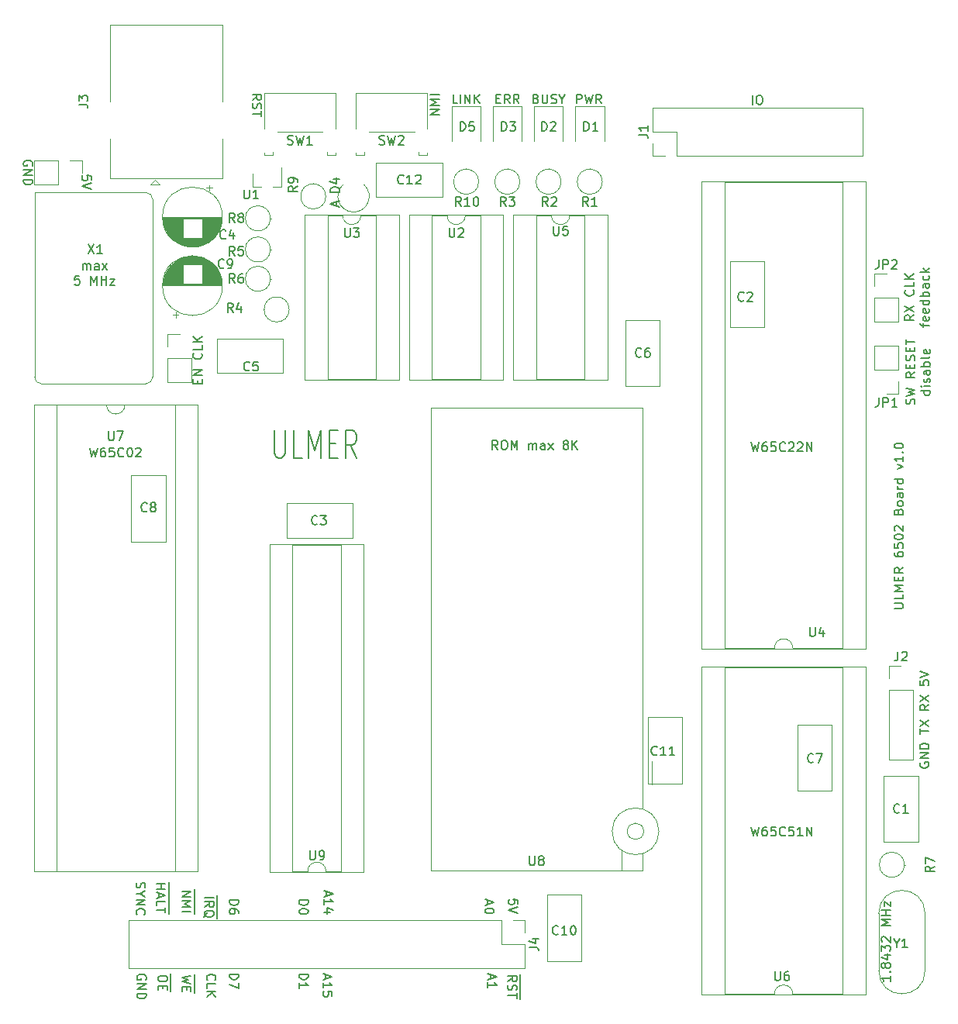
<source format=gbr>
G04 #@! TF.GenerationSoftware,KiCad,Pcbnew,5.1.5+dfsg1-2build2*
G04 #@! TF.CreationDate,2021-10-03T17:02:51+02:00*
G04 #@! TF.ProjectId,board6502,626f6172-6436-4353-9032-2e6b69636164,rev?*
G04 #@! TF.SameCoordinates,Original*
G04 #@! TF.FileFunction,Legend,Top*
G04 #@! TF.FilePolarity,Positive*
%FSLAX46Y46*%
G04 Gerber Fmt 4.6, Leading zero omitted, Abs format (unit mm)*
G04 Created by KiCad (PCBNEW 5.1.5+dfsg1-2build2) date 2021-10-03 17:02:51*
%MOMM*%
%LPD*%
G04 APERTURE LIST*
%ADD10C,0.150000*%
%ADD11C,0.120000*%
G04 APERTURE END LIST*
D10*
X66315000Y-118738095D02*
X66315000Y-119214285D01*
X64947619Y-118976190D02*
X65947619Y-118976190D01*
X66315000Y-119214285D02*
X66315000Y-120214285D01*
X64947619Y-120023809D02*
X65423809Y-119690476D01*
X64947619Y-119452380D02*
X65947619Y-119452380D01*
X65947619Y-119833333D01*
X65900000Y-119928571D01*
X65852380Y-119976190D01*
X65757142Y-120023809D01*
X65614285Y-120023809D01*
X65519047Y-119976190D01*
X65471428Y-119928571D01*
X65423809Y-119833333D01*
X65423809Y-119452380D01*
X66315000Y-120214285D02*
X66315000Y-121261904D01*
X64852380Y-121119047D02*
X64900000Y-121023809D01*
X64995238Y-120928571D01*
X65138095Y-120785714D01*
X65185714Y-120690476D01*
X65185714Y-120595238D01*
X64947619Y-120642857D02*
X64995238Y-120547619D01*
X65090476Y-120452380D01*
X65280952Y-120404761D01*
X65614285Y-120404761D01*
X65804761Y-120452380D01*
X65900000Y-120547619D01*
X65947619Y-120642857D01*
X65947619Y-120833333D01*
X65900000Y-120928571D01*
X65804761Y-121023809D01*
X65614285Y-121071428D01*
X65280952Y-121071428D01*
X65090476Y-121023809D01*
X64995238Y-120928571D01*
X64947619Y-120833333D01*
X64947619Y-120642857D01*
X57495238Y-117361904D02*
X57447619Y-117504761D01*
X57447619Y-117742857D01*
X57495238Y-117838095D01*
X57542857Y-117885714D01*
X57638095Y-117933333D01*
X57733333Y-117933333D01*
X57828571Y-117885714D01*
X57876190Y-117838095D01*
X57923809Y-117742857D01*
X57971428Y-117552380D01*
X58019047Y-117457142D01*
X58066666Y-117409523D01*
X58161904Y-117361904D01*
X58257142Y-117361904D01*
X58352380Y-117409523D01*
X58400000Y-117457142D01*
X58447619Y-117552380D01*
X58447619Y-117790476D01*
X58400000Y-117933333D01*
X57923809Y-118552380D02*
X57447619Y-118552380D01*
X58447619Y-118219047D02*
X57923809Y-118552380D01*
X58447619Y-118885714D01*
X57447619Y-119219047D02*
X58447619Y-119219047D01*
X57447619Y-119790476D01*
X58447619Y-119790476D01*
X57542857Y-120838095D02*
X57495238Y-120790476D01*
X57447619Y-120647619D01*
X57447619Y-120552380D01*
X57495238Y-120409523D01*
X57590476Y-120314285D01*
X57685714Y-120266666D01*
X57876190Y-120219047D01*
X58019047Y-120219047D01*
X58209523Y-120266666D01*
X58304761Y-120314285D01*
X58400000Y-120409523D01*
X58447619Y-120552380D01*
X58447619Y-120647619D01*
X58400000Y-120790476D01*
X58352380Y-120838095D01*
X61015000Y-117261904D02*
X61015000Y-118309523D01*
X59647619Y-117500000D02*
X60647619Y-117500000D01*
X60171428Y-117500000D02*
X60171428Y-118071428D01*
X59647619Y-118071428D02*
X60647619Y-118071428D01*
X61015000Y-118309523D02*
X61015000Y-119166666D01*
X59933333Y-118500000D02*
X59933333Y-118976190D01*
X59647619Y-118404761D02*
X60647619Y-118738095D01*
X59647619Y-119071428D01*
X61015000Y-119166666D02*
X61015000Y-119976190D01*
X59647619Y-119880952D02*
X59647619Y-119404761D01*
X60647619Y-119404761D01*
X61015000Y-119976190D02*
X61015000Y-120738095D01*
X60647619Y-120071428D02*
X60647619Y-120642857D01*
X59647619Y-120357142D02*
X60647619Y-120357142D01*
X63815000Y-118066666D02*
X63815000Y-119114285D01*
X62447619Y-118304761D02*
X63447619Y-118304761D01*
X62447619Y-118876190D01*
X63447619Y-118876190D01*
X63815000Y-119114285D02*
X63815000Y-120257142D01*
X62447619Y-119352380D02*
X63447619Y-119352380D01*
X62733333Y-119685714D01*
X63447619Y-120019047D01*
X62447619Y-120019047D01*
X63815000Y-120257142D02*
X63815000Y-120733333D01*
X62447619Y-120495238D02*
X63447619Y-120495238D01*
X61215000Y-127323809D02*
X61215000Y-128371428D01*
X60847619Y-127752380D02*
X60847619Y-127942857D01*
X60800000Y-128038095D01*
X60704761Y-128133333D01*
X60514285Y-128180952D01*
X60180952Y-128180952D01*
X59990476Y-128133333D01*
X59895238Y-128038095D01*
X59847619Y-127942857D01*
X59847619Y-127752380D01*
X59895238Y-127657142D01*
X59990476Y-127561904D01*
X60180952Y-127514285D01*
X60514285Y-127514285D01*
X60704761Y-127561904D01*
X60800000Y-127657142D01*
X60847619Y-127752380D01*
X61215000Y-128371428D02*
X61215000Y-129276190D01*
X60371428Y-128609523D02*
X60371428Y-128942857D01*
X59847619Y-129085714D02*
X59847619Y-128609523D01*
X60847619Y-128609523D01*
X60847619Y-129085714D01*
X63815000Y-127376190D02*
X63815000Y-128519047D01*
X63447619Y-127519047D02*
X62447619Y-127757142D01*
X63161904Y-127947619D01*
X62447619Y-128138095D01*
X63447619Y-128376190D01*
X63815000Y-128519047D02*
X63815000Y-129423809D01*
X62971428Y-128757142D02*
X62971428Y-129090476D01*
X62447619Y-129233333D02*
X62447619Y-128757142D01*
X63447619Y-128757142D01*
X63447619Y-129233333D01*
X65242857Y-128004761D02*
X65195238Y-127957142D01*
X65147619Y-127814285D01*
X65147619Y-127719047D01*
X65195238Y-127576190D01*
X65290476Y-127480952D01*
X65385714Y-127433333D01*
X65576190Y-127385714D01*
X65719047Y-127385714D01*
X65909523Y-127433333D01*
X66004761Y-127480952D01*
X66100000Y-127576190D01*
X66147619Y-127719047D01*
X66147619Y-127814285D01*
X66100000Y-127957142D01*
X66052380Y-128004761D01*
X65147619Y-128909523D02*
X65147619Y-128433333D01*
X66147619Y-128433333D01*
X65147619Y-129242857D02*
X66147619Y-129242857D01*
X65147619Y-129814285D02*
X65719047Y-129385714D01*
X66147619Y-129814285D02*
X65576190Y-129242857D01*
X67647619Y-119261904D02*
X68647619Y-119261904D01*
X68647619Y-119500000D01*
X68600000Y-119642857D01*
X68504761Y-119738095D01*
X68409523Y-119785714D01*
X68219047Y-119833333D01*
X68076190Y-119833333D01*
X67885714Y-119785714D01*
X67790476Y-119738095D01*
X67695238Y-119642857D01*
X67647619Y-119500000D01*
X67647619Y-119261904D01*
X68647619Y-120690476D02*
X68647619Y-120500000D01*
X68600000Y-120404761D01*
X68552380Y-120357142D01*
X68409523Y-120261904D01*
X68219047Y-120214285D01*
X67838095Y-120214285D01*
X67742857Y-120261904D01*
X67695238Y-120309523D01*
X67647619Y-120404761D01*
X67647619Y-120595238D01*
X67695238Y-120690476D01*
X67742857Y-120738095D01*
X67838095Y-120785714D01*
X68076190Y-120785714D01*
X68171428Y-120738095D01*
X68219047Y-120690476D01*
X68266666Y-120595238D01*
X68266666Y-120404761D01*
X68219047Y-120309523D01*
X68171428Y-120261904D01*
X68076190Y-120214285D01*
X67647619Y-127361904D02*
X68647619Y-127361904D01*
X68647619Y-127600000D01*
X68600000Y-127742857D01*
X68504761Y-127838095D01*
X68409523Y-127885714D01*
X68219047Y-127933333D01*
X68076190Y-127933333D01*
X67885714Y-127885714D01*
X67790476Y-127838095D01*
X67695238Y-127742857D01*
X67647619Y-127600000D01*
X67647619Y-127361904D01*
X68647619Y-128266666D02*
X68647619Y-128933333D01*
X67647619Y-128504761D01*
X78233333Y-118309523D02*
X78233333Y-118785714D01*
X77947619Y-118214285D02*
X78947619Y-118547619D01*
X77947619Y-118880952D01*
X77947619Y-119738095D02*
X77947619Y-119166666D01*
X77947619Y-119452380D02*
X78947619Y-119452380D01*
X78804761Y-119357142D01*
X78709523Y-119261904D01*
X78661904Y-119166666D01*
X78614285Y-120595238D02*
X77947619Y-120595238D01*
X78995238Y-120357142D02*
X78280952Y-120119047D01*
X78280952Y-120738095D01*
X75247619Y-119261904D02*
X76247619Y-119261904D01*
X76247619Y-119500000D01*
X76200000Y-119642857D01*
X76104761Y-119738095D01*
X76009523Y-119785714D01*
X75819047Y-119833333D01*
X75676190Y-119833333D01*
X75485714Y-119785714D01*
X75390476Y-119738095D01*
X75295238Y-119642857D01*
X75247619Y-119500000D01*
X75247619Y-119261904D01*
X76247619Y-120452380D02*
X76247619Y-120547619D01*
X76200000Y-120642857D01*
X76152380Y-120690476D01*
X76057142Y-120738095D01*
X75866666Y-120785714D01*
X75628571Y-120785714D01*
X75438095Y-120738095D01*
X75342857Y-120690476D01*
X75295238Y-120642857D01*
X75247619Y-120547619D01*
X75247619Y-120452380D01*
X75295238Y-120357142D01*
X75342857Y-120309523D01*
X75438095Y-120261904D01*
X75628571Y-120214285D01*
X75866666Y-120214285D01*
X76057142Y-120261904D01*
X76152380Y-120309523D01*
X76200000Y-120357142D01*
X76247619Y-120452380D01*
X75247619Y-127361904D02*
X76247619Y-127361904D01*
X76247619Y-127600000D01*
X76200000Y-127742857D01*
X76104761Y-127838095D01*
X76009523Y-127885714D01*
X75819047Y-127933333D01*
X75676190Y-127933333D01*
X75485714Y-127885714D01*
X75390476Y-127838095D01*
X75295238Y-127742857D01*
X75247619Y-127600000D01*
X75247619Y-127361904D01*
X75247619Y-128885714D02*
X75247619Y-128314285D01*
X75247619Y-128600000D02*
X76247619Y-128600000D01*
X76104761Y-128504761D01*
X76009523Y-128409523D01*
X75961904Y-128314285D01*
X78133333Y-127409523D02*
X78133333Y-127885714D01*
X77847619Y-127314285D02*
X78847619Y-127647619D01*
X77847619Y-127980952D01*
X77847619Y-128838095D02*
X77847619Y-128266666D01*
X77847619Y-128552380D02*
X78847619Y-128552380D01*
X78704761Y-128457142D01*
X78609523Y-128361904D01*
X78561904Y-128266666D01*
X78847619Y-129742857D02*
X78847619Y-129266666D01*
X78371428Y-129219047D01*
X78419047Y-129266666D01*
X78466666Y-129361904D01*
X78466666Y-129600000D01*
X78419047Y-129695238D01*
X78371428Y-129742857D01*
X78276190Y-129790476D01*
X78038095Y-129790476D01*
X77942857Y-129742857D01*
X77895238Y-129695238D01*
X77847619Y-129600000D01*
X77847619Y-129361904D01*
X77895238Y-129266666D01*
X77942857Y-129219047D01*
X96133333Y-127385714D02*
X96133333Y-127861904D01*
X95847619Y-127290476D02*
X96847619Y-127623809D01*
X95847619Y-127957142D01*
X95847619Y-128814285D02*
X95847619Y-128242857D01*
X95847619Y-128528571D02*
X96847619Y-128528571D01*
X96704761Y-128433333D01*
X96609523Y-128338095D01*
X96561904Y-128242857D01*
X95833333Y-119285714D02*
X95833333Y-119761904D01*
X95547619Y-119190476D02*
X96547619Y-119523809D01*
X95547619Y-119857142D01*
X96547619Y-120380952D02*
X96547619Y-120476190D01*
X96500000Y-120571428D01*
X96452380Y-120619047D01*
X96357142Y-120666666D01*
X96166666Y-120714285D01*
X95928571Y-120714285D01*
X95738095Y-120666666D01*
X95642857Y-120619047D01*
X95595238Y-120571428D01*
X95547619Y-120476190D01*
X95547619Y-120380952D01*
X95595238Y-120285714D01*
X95642857Y-120238095D01*
X95738095Y-120190476D01*
X95928571Y-120142857D01*
X96166666Y-120142857D01*
X96357142Y-120190476D01*
X96452380Y-120238095D01*
X96500000Y-120285714D01*
X96547619Y-120380952D01*
X99415000Y-127342857D02*
X99415000Y-128342857D01*
X98047619Y-128152380D02*
X98523809Y-127819047D01*
X98047619Y-127580952D02*
X99047619Y-127580952D01*
X99047619Y-127961904D01*
X99000000Y-128057142D01*
X98952380Y-128104761D01*
X98857142Y-128152380D01*
X98714285Y-128152380D01*
X98619047Y-128104761D01*
X98571428Y-128057142D01*
X98523809Y-127961904D01*
X98523809Y-127580952D01*
X99415000Y-128342857D02*
X99415000Y-129295238D01*
X98095238Y-128533333D02*
X98047619Y-128676190D01*
X98047619Y-128914285D01*
X98095238Y-129009523D01*
X98142857Y-129057142D01*
X98238095Y-129104761D01*
X98333333Y-129104761D01*
X98428571Y-129057142D01*
X98476190Y-129009523D01*
X98523809Y-128914285D01*
X98571428Y-128723809D01*
X98619047Y-128628571D01*
X98666666Y-128580952D01*
X98761904Y-128533333D01*
X98857142Y-128533333D01*
X98952380Y-128580952D01*
X99000000Y-128628571D01*
X99047619Y-128723809D01*
X99047619Y-128961904D01*
X99000000Y-129104761D01*
X99415000Y-129295238D02*
X99415000Y-130057142D01*
X99047619Y-129390476D02*
X99047619Y-129961904D01*
X98047619Y-129676190D02*
X99047619Y-129676190D01*
X99147619Y-119709523D02*
X99147619Y-119233333D01*
X98671428Y-119185714D01*
X98719047Y-119233333D01*
X98766666Y-119328571D01*
X98766666Y-119566666D01*
X98719047Y-119661904D01*
X98671428Y-119709523D01*
X98576190Y-119757142D01*
X98338095Y-119757142D01*
X98242857Y-119709523D01*
X98195238Y-119661904D01*
X98147619Y-119566666D01*
X98147619Y-119328571D01*
X98195238Y-119233333D01*
X98242857Y-119185714D01*
X99147619Y-120042857D02*
X98147619Y-120376190D01*
X99147619Y-120709523D01*
X58500000Y-127938095D02*
X58547619Y-127842857D01*
X58547619Y-127700000D01*
X58500000Y-127557142D01*
X58404761Y-127461904D01*
X58309523Y-127414285D01*
X58119047Y-127366666D01*
X57976190Y-127366666D01*
X57785714Y-127414285D01*
X57690476Y-127461904D01*
X57595238Y-127557142D01*
X57547619Y-127700000D01*
X57547619Y-127795238D01*
X57595238Y-127938095D01*
X57642857Y-127985714D01*
X57976190Y-127985714D01*
X57976190Y-127795238D01*
X57547619Y-128414285D02*
X58547619Y-128414285D01*
X57547619Y-128985714D01*
X58547619Y-128985714D01*
X57547619Y-129461904D02*
X58547619Y-129461904D01*
X58547619Y-129700000D01*
X58500000Y-129842857D01*
X58404761Y-129938095D01*
X58309523Y-129985714D01*
X58119047Y-130033333D01*
X57976190Y-130033333D01*
X57785714Y-129985714D01*
X57690476Y-129938095D01*
X57595238Y-129842857D01*
X57547619Y-129700000D01*
X57547619Y-129461904D01*
X64128571Y-62823809D02*
X64128571Y-62490476D01*
X64652380Y-62347619D02*
X64652380Y-62823809D01*
X63652380Y-62823809D01*
X63652380Y-62347619D01*
X64652380Y-61919047D02*
X63652380Y-61919047D01*
X64652380Y-61347619D01*
X63652380Y-61347619D01*
X64557142Y-59538095D02*
X64604761Y-59585714D01*
X64652380Y-59728571D01*
X64652380Y-59823809D01*
X64604761Y-59966666D01*
X64509523Y-60061904D01*
X64414285Y-60109523D01*
X64223809Y-60157142D01*
X64080952Y-60157142D01*
X63890476Y-60109523D01*
X63795238Y-60061904D01*
X63700000Y-59966666D01*
X63652380Y-59823809D01*
X63652380Y-59728571D01*
X63700000Y-59585714D01*
X63747619Y-59538095D01*
X64652380Y-58633333D02*
X64652380Y-59109523D01*
X63652380Y-59109523D01*
X64652380Y-58300000D02*
X63652380Y-58300000D01*
X64652380Y-57728571D02*
X64080952Y-58157142D01*
X63652380Y-57728571D02*
X64223809Y-58300000D01*
X142427380Y-55352380D02*
X141951190Y-55685714D01*
X142427380Y-55923809D02*
X141427380Y-55923809D01*
X141427380Y-55542857D01*
X141475000Y-55447619D01*
X141522619Y-55400000D01*
X141617857Y-55352380D01*
X141760714Y-55352380D01*
X141855952Y-55400000D01*
X141903571Y-55447619D01*
X141951190Y-55542857D01*
X141951190Y-55923809D01*
X141427380Y-55019047D02*
X142427380Y-54352380D01*
X141427380Y-54352380D02*
X142427380Y-55019047D01*
X142332142Y-52638095D02*
X142379761Y-52685714D01*
X142427380Y-52828571D01*
X142427380Y-52923809D01*
X142379761Y-53066666D01*
X142284523Y-53161904D01*
X142189285Y-53209523D01*
X141998809Y-53257142D01*
X141855952Y-53257142D01*
X141665476Y-53209523D01*
X141570238Y-53161904D01*
X141475000Y-53066666D01*
X141427380Y-52923809D01*
X141427380Y-52828571D01*
X141475000Y-52685714D01*
X141522619Y-52638095D01*
X142427380Y-51733333D02*
X142427380Y-52209523D01*
X141427380Y-52209523D01*
X142427380Y-51400000D02*
X141427380Y-51400000D01*
X142427380Y-50828571D02*
X141855952Y-51257142D01*
X141427380Y-50828571D02*
X141998809Y-51400000D01*
X143410714Y-56638095D02*
X143410714Y-56257142D01*
X144077380Y-56495238D02*
X143220238Y-56495238D01*
X143125000Y-56447619D01*
X143077380Y-56352380D01*
X143077380Y-56257142D01*
X144029761Y-55542857D02*
X144077380Y-55638095D01*
X144077380Y-55828571D01*
X144029761Y-55923809D01*
X143934523Y-55971428D01*
X143553571Y-55971428D01*
X143458333Y-55923809D01*
X143410714Y-55828571D01*
X143410714Y-55638095D01*
X143458333Y-55542857D01*
X143553571Y-55495238D01*
X143648809Y-55495238D01*
X143744047Y-55971428D01*
X144029761Y-54685714D02*
X144077380Y-54780952D01*
X144077380Y-54971428D01*
X144029761Y-55066666D01*
X143934523Y-55114285D01*
X143553571Y-55114285D01*
X143458333Y-55066666D01*
X143410714Y-54971428D01*
X143410714Y-54780952D01*
X143458333Y-54685714D01*
X143553571Y-54638095D01*
X143648809Y-54638095D01*
X143744047Y-55114285D01*
X144077380Y-53780952D02*
X143077380Y-53780952D01*
X144029761Y-53780952D02*
X144077380Y-53876190D01*
X144077380Y-54066666D01*
X144029761Y-54161904D01*
X143982142Y-54209523D01*
X143886904Y-54257142D01*
X143601190Y-54257142D01*
X143505952Y-54209523D01*
X143458333Y-54161904D01*
X143410714Y-54066666D01*
X143410714Y-53876190D01*
X143458333Y-53780952D01*
X144077380Y-53304761D02*
X143077380Y-53304761D01*
X143458333Y-53304761D02*
X143410714Y-53209523D01*
X143410714Y-53019047D01*
X143458333Y-52923809D01*
X143505952Y-52876190D01*
X143601190Y-52828571D01*
X143886904Y-52828571D01*
X143982142Y-52876190D01*
X144029761Y-52923809D01*
X144077380Y-53019047D01*
X144077380Y-53209523D01*
X144029761Y-53304761D01*
X144077380Y-51971428D02*
X143553571Y-51971428D01*
X143458333Y-52019047D01*
X143410714Y-52114285D01*
X143410714Y-52304761D01*
X143458333Y-52400000D01*
X144029761Y-51971428D02*
X144077380Y-52066666D01*
X144077380Y-52304761D01*
X144029761Y-52400000D01*
X143934523Y-52447619D01*
X143839285Y-52447619D01*
X143744047Y-52400000D01*
X143696428Y-52304761D01*
X143696428Y-52066666D01*
X143648809Y-51971428D01*
X144029761Y-51066666D02*
X144077380Y-51161904D01*
X144077380Y-51352380D01*
X144029761Y-51447619D01*
X143982142Y-51495238D01*
X143886904Y-51542857D01*
X143601190Y-51542857D01*
X143505952Y-51495238D01*
X143458333Y-51447619D01*
X143410714Y-51352380D01*
X143410714Y-51161904D01*
X143458333Y-51066666D01*
X144077380Y-50638095D02*
X143077380Y-50638095D01*
X143696428Y-50542857D02*
X144077380Y-50257142D01*
X143410714Y-50257142D02*
X143791666Y-50638095D01*
X142479761Y-65100000D02*
X142527380Y-64957142D01*
X142527380Y-64719047D01*
X142479761Y-64623809D01*
X142432142Y-64576190D01*
X142336904Y-64528571D01*
X142241666Y-64528571D01*
X142146428Y-64576190D01*
X142098809Y-64623809D01*
X142051190Y-64719047D01*
X142003571Y-64909523D01*
X141955952Y-65004761D01*
X141908333Y-65052380D01*
X141813095Y-65100000D01*
X141717857Y-65100000D01*
X141622619Y-65052380D01*
X141575000Y-65004761D01*
X141527380Y-64909523D01*
X141527380Y-64671428D01*
X141575000Y-64528571D01*
X141527380Y-64195238D02*
X142527380Y-63957142D01*
X141813095Y-63766666D01*
X142527380Y-63576190D01*
X141527380Y-63338095D01*
X142527380Y-61623809D02*
X142051190Y-61957142D01*
X142527380Y-62195238D02*
X141527380Y-62195238D01*
X141527380Y-61814285D01*
X141575000Y-61719047D01*
X141622619Y-61671428D01*
X141717857Y-61623809D01*
X141860714Y-61623809D01*
X141955952Y-61671428D01*
X142003571Y-61719047D01*
X142051190Y-61814285D01*
X142051190Y-62195238D01*
X142003571Y-61195238D02*
X142003571Y-60861904D01*
X142527380Y-60719047D02*
X142527380Y-61195238D01*
X141527380Y-61195238D01*
X141527380Y-60719047D01*
X142479761Y-60338095D02*
X142527380Y-60195238D01*
X142527380Y-59957142D01*
X142479761Y-59861904D01*
X142432142Y-59814285D01*
X142336904Y-59766666D01*
X142241666Y-59766666D01*
X142146428Y-59814285D01*
X142098809Y-59861904D01*
X142051190Y-59957142D01*
X142003571Y-60147619D01*
X141955952Y-60242857D01*
X141908333Y-60290476D01*
X141813095Y-60338095D01*
X141717857Y-60338095D01*
X141622619Y-60290476D01*
X141575000Y-60242857D01*
X141527380Y-60147619D01*
X141527380Y-59909523D01*
X141575000Y-59766666D01*
X142003571Y-59338095D02*
X142003571Y-59004761D01*
X142527380Y-58861904D02*
X142527380Y-59338095D01*
X141527380Y-59338095D01*
X141527380Y-58861904D01*
X141527380Y-58576190D02*
X141527380Y-58004761D01*
X142527380Y-58290476D02*
X141527380Y-58290476D01*
X144177380Y-63623809D02*
X143177380Y-63623809D01*
X144129761Y-63623809D02*
X144177380Y-63719047D01*
X144177380Y-63909523D01*
X144129761Y-64004761D01*
X144082142Y-64052380D01*
X143986904Y-64100000D01*
X143701190Y-64100000D01*
X143605952Y-64052380D01*
X143558333Y-64004761D01*
X143510714Y-63909523D01*
X143510714Y-63719047D01*
X143558333Y-63623809D01*
X144177380Y-63147619D02*
X143510714Y-63147619D01*
X143177380Y-63147619D02*
X143225000Y-63195238D01*
X143272619Y-63147619D01*
X143225000Y-63100000D01*
X143177380Y-63147619D01*
X143272619Y-63147619D01*
X144129761Y-62719047D02*
X144177380Y-62623809D01*
X144177380Y-62433333D01*
X144129761Y-62338095D01*
X144034523Y-62290476D01*
X143986904Y-62290476D01*
X143891666Y-62338095D01*
X143844047Y-62433333D01*
X143844047Y-62576190D01*
X143796428Y-62671428D01*
X143701190Y-62719047D01*
X143653571Y-62719047D01*
X143558333Y-62671428D01*
X143510714Y-62576190D01*
X143510714Y-62433333D01*
X143558333Y-62338095D01*
X144177380Y-61433333D02*
X143653571Y-61433333D01*
X143558333Y-61480952D01*
X143510714Y-61576190D01*
X143510714Y-61766666D01*
X143558333Y-61861904D01*
X144129761Y-61433333D02*
X144177380Y-61528571D01*
X144177380Y-61766666D01*
X144129761Y-61861904D01*
X144034523Y-61909523D01*
X143939285Y-61909523D01*
X143844047Y-61861904D01*
X143796428Y-61766666D01*
X143796428Y-61528571D01*
X143748809Y-61433333D01*
X144177380Y-60957142D02*
X143177380Y-60957142D01*
X143558333Y-60957142D02*
X143510714Y-60861904D01*
X143510714Y-60671428D01*
X143558333Y-60576190D01*
X143605952Y-60528571D01*
X143701190Y-60480952D01*
X143986904Y-60480952D01*
X144082142Y-60528571D01*
X144129761Y-60576190D01*
X144177380Y-60671428D01*
X144177380Y-60861904D01*
X144129761Y-60957142D01*
X144177380Y-59909523D02*
X144129761Y-60004761D01*
X144034523Y-60052380D01*
X143177380Y-60052380D01*
X144129761Y-59147619D02*
X144177380Y-59242857D01*
X144177380Y-59433333D01*
X144129761Y-59528571D01*
X144034523Y-59576190D01*
X143653571Y-59576190D01*
X143558333Y-59528571D01*
X143510714Y-59433333D01*
X143510714Y-59242857D01*
X143558333Y-59147619D01*
X143653571Y-59100000D01*
X143748809Y-59100000D01*
X143844047Y-59576190D01*
X124776190Y-32352380D02*
X124776190Y-31352380D01*
X125442857Y-31352380D02*
X125633333Y-31352380D01*
X125728571Y-31400000D01*
X125823809Y-31495238D01*
X125871428Y-31685714D01*
X125871428Y-32019047D01*
X125823809Y-32209523D01*
X125728571Y-32304761D01*
X125633333Y-32352380D01*
X125442857Y-32352380D01*
X125347619Y-32304761D01*
X125252380Y-32209523D01*
X125204761Y-32019047D01*
X125204761Y-31685714D01*
X125252380Y-31495238D01*
X125347619Y-31400000D01*
X125442857Y-31352380D01*
X51614285Y-50427380D02*
X51614285Y-49760714D01*
X51614285Y-49855952D02*
X51661904Y-49808333D01*
X51757142Y-49760714D01*
X51900000Y-49760714D01*
X51995238Y-49808333D01*
X52042857Y-49903571D01*
X52042857Y-50427380D01*
X52042857Y-49903571D02*
X52090476Y-49808333D01*
X52185714Y-49760714D01*
X52328571Y-49760714D01*
X52423809Y-49808333D01*
X52471428Y-49903571D01*
X52471428Y-50427380D01*
X53376190Y-50427380D02*
X53376190Y-49903571D01*
X53328571Y-49808333D01*
X53233333Y-49760714D01*
X53042857Y-49760714D01*
X52947619Y-49808333D01*
X53376190Y-50379761D02*
X53280952Y-50427380D01*
X53042857Y-50427380D01*
X52947619Y-50379761D01*
X52900000Y-50284523D01*
X52900000Y-50189285D01*
X52947619Y-50094047D01*
X53042857Y-50046428D01*
X53280952Y-50046428D01*
X53376190Y-49998809D01*
X53757142Y-50427380D02*
X54280952Y-49760714D01*
X53757142Y-49760714D02*
X54280952Y-50427380D01*
X51257142Y-51077380D02*
X50780952Y-51077380D01*
X50733333Y-51553571D01*
X50780952Y-51505952D01*
X50876190Y-51458333D01*
X51114285Y-51458333D01*
X51209523Y-51505952D01*
X51257142Y-51553571D01*
X51304761Y-51648809D01*
X51304761Y-51886904D01*
X51257142Y-51982142D01*
X51209523Y-52029761D01*
X51114285Y-52077380D01*
X50876190Y-52077380D01*
X50780952Y-52029761D01*
X50733333Y-51982142D01*
X52495238Y-52077380D02*
X52495238Y-51077380D01*
X52828571Y-51791666D01*
X53161904Y-51077380D01*
X53161904Y-52077380D01*
X53638095Y-52077380D02*
X53638095Y-51077380D01*
X53638095Y-51553571D02*
X54209523Y-51553571D01*
X54209523Y-52077380D02*
X54209523Y-51077380D01*
X54590476Y-51410714D02*
X55114285Y-51410714D01*
X54590476Y-52077380D01*
X55114285Y-52077380D01*
X52547619Y-40609523D02*
X52547619Y-40133333D01*
X52071428Y-40085714D01*
X52119047Y-40133333D01*
X52166666Y-40228571D01*
X52166666Y-40466666D01*
X52119047Y-40561904D01*
X52071428Y-40609523D01*
X51976190Y-40657142D01*
X51738095Y-40657142D01*
X51642857Y-40609523D01*
X51595238Y-40561904D01*
X51547619Y-40466666D01*
X51547619Y-40228571D01*
X51595238Y-40133333D01*
X51642857Y-40085714D01*
X52547619Y-40942857D02*
X51547619Y-41276190D01*
X52547619Y-41609523D01*
X46100000Y-39038095D02*
X46147619Y-38942857D01*
X46147619Y-38800000D01*
X46100000Y-38657142D01*
X46004761Y-38561904D01*
X45909523Y-38514285D01*
X45719047Y-38466666D01*
X45576190Y-38466666D01*
X45385714Y-38514285D01*
X45290476Y-38561904D01*
X45195238Y-38657142D01*
X45147619Y-38800000D01*
X45147619Y-38895238D01*
X45195238Y-39038095D01*
X45242857Y-39085714D01*
X45576190Y-39085714D01*
X45576190Y-38895238D01*
X45147619Y-39514285D02*
X46147619Y-39514285D01*
X45147619Y-40085714D01*
X46147619Y-40085714D01*
X45147619Y-40561904D02*
X46147619Y-40561904D01*
X46147619Y-40800000D01*
X46100000Y-40942857D01*
X46004761Y-41038095D01*
X45909523Y-41085714D01*
X45719047Y-41133333D01*
X45576190Y-41133333D01*
X45385714Y-41085714D01*
X45290476Y-41038095D01*
X45195238Y-40942857D01*
X45147619Y-40800000D01*
X45147619Y-40561904D01*
X70147619Y-31852380D02*
X70623809Y-31519047D01*
X70147619Y-31280952D02*
X71147619Y-31280952D01*
X71147619Y-31661904D01*
X71100000Y-31757142D01*
X71052380Y-31804761D01*
X70957142Y-31852380D01*
X70814285Y-31852380D01*
X70719047Y-31804761D01*
X70671428Y-31757142D01*
X70623809Y-31661904D01*
X70623809Y-31280952D01*
X70195238Y-32233333D02*
X70147619Y-32376190D01*
X70147619Y-32614285D01*
X70195238Y-32709523D01*
X70242857Y-32757142D01*
X70338095Y-32804761D01*
X70433333Y-32804761D01*
X70528571Y-32757142D01*
X70576190Y-32709523D01*
X70623809Y-32614285D01*
X70671428Y-32423809D01*
X70719047Y-32328571D01*
X70766666Y-32280952D01*
X70861904Y-32233333D01*
X70957142Y-32233333D01*
X71052380Y-32280952D01*
X71100000Y-32328571D01*
X71147619Y-32423809D01*
X71147619Y-32661904D01*
X71100000Y-32804761D01*
X71147619Y-33090476D02*
X71147619Y-33661904D01*
X70147619Y-33376190D02*
X71147619Y-33376190D01*
X90552380Y-33495238D02*
X89552380Y-33495238D01*
X90552380Y-32923809D01*
X89552380Y-32923809D01*
X90552380Y-32447619D02*
X89552380Y-32447619D01*
X90266666Y-32114285D01*
X89552380Y-31780952D01*
X90552380Y-31780952D01*
X90552380Y-31304761D02*
X89552380Y-31304761D01*
X92547619Y-32252380D02*
X92071428Y-32252380D01*
X92071428Y-31252380D01*
X92880952Y-32252380D02*
X92880952Y-31252380D01*
X93357142Y-32252380D02*
X93357142Y-31252380D01*
X93928571Y-32252380D01*
X93928571Y-31252380D01*
X94404761Y-32252380D02*
X94404761Y-31252380D01*
X94976190Y-32252380D02*
X94547619Y-31680952D01*
X94976190Y-31252380D02*
X94404761Y-31823809D01*
X96785714Y-31728571D02*
X97119047Y-31728571D01*
X97261904Y-32252380D02*
X96785714Y-32252380D01*
X96785714Y-31252380D01*
X97261904Y-31252380D01*
X98261904Y-32252380D02*
X97928571Y-31776190D01*
X97690476Y-32252380D02*
X97690476Y-31252380D01*
X98071428Y-31252380D01*
X98166666Y-31300000D01*
X98214285Y-31347619D01*
X98261904Y-31442857D01*
X98261904Y-31585714D01*
X98214285Y-31680952D01*
X98166666Y-31728571D01*
X98071428Y-31776190D01*
X97690476Y-31776190D01*
X99261904Y-32252380D02*
X98928571Y-31776190D01*
X98690476Y-32252380D02*
X98690476Y-31252380D01*
X99071428Y-31252380D01*
X99166666Y-31300000D01*
X99214285Y-31347619D01*
X99261904Y-31442857D01*
X99261904Y-31585714D01*
X99214285Y-31680952D01*
X99166666Y-31728571D01*
X99071428Y-31776190D01*
X98690476Y-31776190D01*
X101142857Y-31728571D02*
X101285714Y-31776190D01*
X101333333Y-31823809D01*
X101380952Y-31919047D01*
X101380952Y-32061904D01*
X101333333Y-32157142D01*
X101285714Y-32204761D01*
X101190476Y-32252380D01*
X100809523Y-32252380D01*
X100809523Y-31252380D01*
X101142857Y-31252380D01*
X101238095Y-31300000D01*
X101285714Y-31347619D01*
X101333333Y-31442857D01*
X101333333Y-31538095D01*
X101285714Y-31633333D01*
X101238095Y-31680952D01*
X101142857Y-31728571D01*
X100809523Y-31728571D01*
X101809523Y-31252380D02*
X101809523Y-32061904D01*
X101857142Y-32157142D01*
X101904761Y-32204761D01*
X102000000Y-32252380D01*
X102190476Y-32252380D01*
X102285714Y-32204761D01*
X102333333Y-32157142D01*
X102380952Y-32061904D01*
X102380952Y-31252380D01*
X102809523Y-32204761D02*
X102952380Y-32252380D01*
X103190476Y-32252380D01*
X103285714Y-32204761D01*
X103333333Y-32157142D01*
X103380952Y-32061904D01*
X103380952Y-31966666D01*
X103333333Y-31871428D01*
X103285714Y-31823809D01*
X103190476Y-31776190D01*
X103000000Y-31728571D01*
X102904761Y-31680952D01*
X102857142Y-31633333D01*
X102809523Y-31538095D01*
X102809523Y-31442857D01*
X102857142Y-31347619D01*
X102904761Y-31300000D01*
X103000000Y-31252380D01*
X103238095Y-31252380D01*
X103380952Y-31300000D01*
X104000000Y-31776190D02*
X104000000Y-32252380D01*
X103666666Y-31252380D02*
X104000000Y-31776190D01*
X104333333Y-31252380D01*
X105566666Y-32252380D02*
X105566666Y-31252380D01*
X105947619Y-31252380D01*
X106042857Y-31300000D01*
X106090476Y-31347619D01*
X106138095Y-31442857D01*
X106138095Y-31585714D01*
X106090476Y-31680952D01*
X106042857Y-31728571D01*
X105947619Y-31776190D01*
X105566666Y-31776190D01*
X106471428Y-31252380D02*
X106709523Y-32252380D01*
X106900000Y-31538095D01*
X107090476Y-32252380D01*
X107328571Y-31252380D01*
X108280952Y-32252380D02*
X107947619Y-31776190D01*
X107709523Y-32252380D02*
X107709523Y-31252380D01*
X108090476Y-31252380D01*
X108185714Y-31300000D01*
X108233333Y-31347619D01*
X108280952Y-31442857D01*
X108280952Y-31585714D01*
X108233333Y-31680952D01*
X108185714Y-31728571D01*
X108090476Y-31776190D01*
X107709523Y-31776190D01*
X143100000Y-104242857D02*
X143052380Y-104338095D01*
X143052380Y-104480952D01*
X143100000Y-104623809D01*
X143195238Y-104719047D01*
X143290476Y-104766666D01*
X143480952Y-104814285D01*
X143623809Y-104814285D01*
X143814285Y-104766666D01*
X143909523Y-104719047D01*
X144004761Y-104623809D01*
X144052380Y-104480952D01*
X144052380Y-104385714D01*
X144004761Y-104242857D01*
X143957142Y-104195238D01*
X143623809Y-104195238D01*
X143623809Y-104385714D01*
X144052380Y-103766666D02*
X143052380Y-103766666D01*
X144052380Y-103195238D01*
X143052380Y-103195238D01*
X144052380Y-102719047D02*
X143052380Y-102719047D01*
X143052380Y-102480952D01*
X143100000Y-102338095D01*
X143195238Y-102242857D01*
X143290476Y-102195238D01*
X143480952Y-102147619D01*
X143623809Y-102147619D01*
X143814285Y-102195238D01*
X143909523Y-102242857D01*
X144004761Y-102338095D01*
X144052380Y-102480952D01*
X144052380Y-102719047D01*
X143052380Y-101100000D02*
X143052380Y-100528571D01*
X144052380Y-100814285D02*
X143052380Y-100814285D01*
X143052380Y-100290476D02*
X144052380Y-99623809D01*
X143052380Y-99623809D02*
X144052380Y-100290476D01*
X144052380Y-97909523D02*
X143576190Y-98242857D01*
X144052380Y-98480952D02*
X143052380Y-98480952D01*
X143052380Y-98100000D01*
X143100000Y-98004761D01*
X143147619Y-97957142D01*
X143242857Y-97909523D01*
X143385714Y-97909523D01*
X143480952Y-97957142D01*
X143528571Y-98004761D01*
X143576190Y-98100000D01*
X143576190Y-98480952D01*
X143052380Y-97576190D02*
X144052380Y-96909523D01*
X143052380Y-96909523D02*
X144052380Y-97576190D01*
X143052380Y-95290476D02*
X143052380Y-95766666D01*
X143528571Y-95814285D01*
X143480952Y-95766666D01*
X143433333Y-95671428D01*
X143433333Y-95433333D01*
X143480952Y-95338095D01*
X143528571Y-95290476D01*
X143623809Y-95242857D01*
X143861904Y-95242857D01*
X143957142Y-95290476D01*
X144004761Y-95338095D01*
X144052380Y-95433333D01*
X144052380Y-95671428D01*
X144004761Y-95766666D01*
X143957142Y-95814285D01*
X143052380Y-94957142D02*
X144052380Y-94623809D01*
X143052380Y-94290476D01*
X139852380Y-127538095D02*
X139852380Y-128109523D01*
X139852380Y-127823809D02*
X138852380Y-127823809D01*
X138995238Y-127919047D01*
X139090476Y-128014285D01*
X139138095Y-128109523D01*
X139757142Y-127109523D02*
X139804761Y-127061904D01*
X139852380Y-127109523D01*
X139804761Y-127157142D01*
X139757142Y-127109523D01*
X139852380Y-127109523D01*
X139280952Y-126490476D02*
X139233333Y-126585714D01*
X139185714Y-126633333D01*
X139090476Y-126680952D01*
X139042857Y-126680952D01*
X138947619Y-126633333D01*
X138900000Y-126585714D01*
X138852380Y-126490476D01*
X138852380Y-126300000D01*
X138900000Y-126204761D01*
X138947619Y-126157142D01*
X139042857Y-126109523D01*
X139090476Y-126109523D01*
X139185714Y-126157142D01*
X139233333Y-126204761D01*
X139280952Y-126300000D01*
X139280952Y-126490476D01*
X139328571Y-126585714D01*
X139376190Y-126633333D01*
X139471428Y-126680952D01*
X139661904Y-126680952D01*
X139757142Y-126633333D01*
X139804761Y-126585714D01*
X139852380Y-126490476D01*
X139852380Y-126300000D01*
X139804761Y-126204761D01*
X139757142Y-126157142D01*
X139661904Y-126109523D01*
X139471428Y-126109523D01*
X139376190Y-126157142D01*
X139328571Y-126204761D01*
X139280952Y-126300000D01*
X139185714Y-125252380D02*
X139852380Y-125252380D01*
X138804761Y-125490476D02*
X139519047Y-125728571D01*
X139519047Y-125109523D01*
X138852380Y-124823809D02*
X138852380Y-124204761D01*
X139233333Y-124538095D01*
X139233333Y-124395238D01*
X139280952Y-124300000D01*
X139328571Y-124252380D01*
X139423809Y-124204761D01*
X139661904Y-124204761D01*
X139757142Y-124252380D01*
X139804761Y-124300000D01*
X139852380Y-124395238D01*
X139852380Y-124680952D01*
X139804761Y-124776190D01*
X139757142Y-124823809D01*
X138947619Y-123823809D02*
X138900000Y-123776190D01*
X138852380Y-123680952D01*
X138852380Y-123442857D01*
X138900000Y-123347619D01*
X138947619Y-123300000D01*
X139042857Y-123252380D01*
X139138095Y-123252380D01*
X139280952Y-123300000D01*
X139852380Y-123871428D01*
X139852380Y-123252380D01*
X139852380Y-122061904D02*
X138852380Y-122061904D01*
X139566666Y-121728571D01*
X138852380Y-121395238D01*
X139852380Y-121395238D01*
X139852380Y-120919047D02*
X138852380Y-120919047D01*
X139328571Y-120919047D02*
X139328571Y-120347619D01*
X139852380Y-120347619D02*
X138852380Y-120347619D01*
X139185714Y-119966666D02*
X139185714Y-119442857D01*
X139852380Y-119966666D01*
X139852380Y-119442857D01*
X72571428Y-67957142D02*
X72571428Y-70385714D01*
X72666666Y-70671428D01*
X72761904Y-70814285D01*
X72952380Y-70957142D01*
X73333333Y-70957142D01*
X73523809Y-70814285D01*
X73619047Y-70671428D01*
X73714285Y-70385714D01*
X73714285Y-67957142D01*
X75619047Y-70957142D02*
X74666666Y-70957142D01*
X74666666Y-67957142D01*
X76285714Y-70957142D02*
X76285714Y-67957142D01*
X76952380Y-70100000D01*
X77619047Y-67957142D01*
X77619047Y-70957142D01*
X78571428Y-69385714D02*
X79238095Y-69385714D01*
X79523809Y-70957142D02*
X78571428Y-70957142D01*
X78571428Y-67957142D01*
X79523809Y-67957142D01*
X81523809Y-70957142D02*
X80857142Y-69528571D01*
X80380952Y-70957142D02*
X80380952Y-67957142D01*
X81142857Y-67957142D01*
X81333333Y-68100000D01*
X81428571Y-68242857D01*
X81523809Y-68528571D01*
X81523809Y-68957142D01*
X81428571Y-69242857D01*
X81333333Y-69385714D01*
X81142857Y-69528571D01*
X80380952Y-69528571D01*
X124642857Y-69252380D02*
X124880952Y-70252380D01*
X125071428Y-69538095D01*
X125261904Y-70252380D01*
X125500000Y-69252380D01*
X126309523Y-69252380D02*
X126119047Y-69252380D01*
X126023809Y-69300000D01*
X125976190Y-69347619D01*
X125880952Y-69490476D01*
X125833333Y-69680952D01*
X125833333Y-70061904D01*
X125880952Y-70157142D01*
X125928571Y-70204761D01*
X126023809Y-70252380D01*
X126214285Y-70252380D01*
X126309523Y-70204761D01*
X126357142Y-70157142D01*
X126404761Y-70061904D01*
X126404761Y-69823809D01*
X126357142Y-69728571D01*
X126309523Y-69680952D01*
X126214285Y-69633333D01*
X126023809Y-69633333D01*
X125928571Y-69680952D01*
X125880952Y-69728571D01*
X125833333Y-69823809D01*
X127309523Y-69252380D02*
X126833333Y-69252380D01*
X126785714Y-69728571D01*
X126833333Y-69680952D01*
X126928571Y-69633333D01*
X127166666Y-69633333D01*
X127261904Y-69680952D01*
X127309523Y-69728571D01*
X127357142Y-69823809D01*
X127357142Y-70061904D01*
X127309523Y-70157142D01*
X127261904Y-70204761D01*
X127166666Y-70252380D01*
X126928571Y-70252380D01*
X126833333Y-70204761D01*
X126785714Y-70157142D01*
X128357142Y-70157142D02*
X128309523Y-70204761D01*
X128166666Y-70252380D01*
X128071428Y-70252380D01*
X127928571Y-70204761D01*
X127833333Y-70109523D01*
X127785714Y-70014285D01*
X127738095Y-69823809D01*
X127738095Y-69680952D01*
X127785714Y-69490476D01*
X127833333Y-69395238D01*
X127928571Y-69300000D01*
X128071428Y-69252380D01*
X128166666Y-69252380D01*
X128309523Y-69300000D01*
X128357142Y-69347619D01*
X128738095Y-69347619D02*
X128785714Y-69300000D01*
X128880952Y-69252380D01*
X129119047Y-69252380D01*
X129214285Y-69300000D01*
X129261904Y-69347619D01*
X129309523Y-69442857D01*
X129309523Y-69538095D01*
X129261904Y-69680952D01*
X128690476Y-70252380D01*
X129309523Y-70252380D01*
X129690476Y-69347619D02*
X129738095Y-69300000D01*
X129833333Y-69252380D01*
X130071428Y-69252380D01*
X130166666Y-69300000D01*
X130214285Y-69347619D01*
X130261904Y-69442857D01*
X130261904Y-69538095D01*
X130214285Y-69680952D01*
X129642857Y-70252380D01*
X130261904Y-70252380D01*
X130690476Y-70252380D02*
X130690476Y-69252380D01*
X131261904Y-70252380D01*
X131261904Y-69252380D01*
X124642857Y-111252380D02*
X124880952Y-112252380D01*
X125071428Y-111538095D01*
X125261904Y-112252380D01*
X125500000Y-111252380D01*
X126309523Y-111252380D02*
X126119047Y-111252380D01*
X126023809Y-111300000D01*
X125976190Y-111347619D01*
X125880952Y-111490476D01*
X125833333Y-111680952D01*
X125833333Y-112061904D01*
X125880952Y-112157142D01*
X125928571Y-112204761D01*
X126023809Y-112252380D01*
X126214285Y-112252380D01*
X126309523Y-112204761D01*
X126357142Y-112157142D01*
X126404761Y-112061904D01*
X126404761Y-111823809D01*
X126357142Y-111728571D01*
X126309523Y-111680952D01*
X126214285Y-111633333D01*
X126023809Y-111633333D01*
X125928571Y-111680952D01*
X125880952Y-111728571D01*
X125833333Y-111823809D01*
X127309523Y-111252380D02*
X126833333Y-111252380D01*
X126785714Y-111728571D01*
X126833333Y-111680952D01*
X126928571Y-111633333D01*
X127166666Y-111633333D01*
X127261904Y-111680952D01*
X127309523Y-111728571D01*
X127357142Y-111823809D01*
X127357142Y-112061904D01*
X127309523Y-112157142D01*
X127261904Y-112204761D01*
X127166666Y-112252380D01*
X126928571Y-112252380D01*
X126833333Y-112204761D01*
X126785714Y-112157142D01*
X128357142Y-112157142D02*
X128309523Y-112204761D01*
X128166666Y-112252380D01*
X128071428Y-112252380D01*
X127928571Y-112204761D01*
X127833333Y-112109523D01*
X127785714Y-112014285D01*
X127738095Y-111823809D01*
X127738095Y-111680952D01*
X127785714Y-111490476D01*
X127833333Y-111395238D01*
X127928571Y-111300000D01*
X128071428Y-111252380D01*
X128166666Y-111252380D01*
X128309523Y-111300000D01*
X128357142Y-111347619D01*
X129261904Y-111252380D02*
X128785714Y-111252380D01*
X128738095Y-111728571D01*
X128785714Y-111680952D01*
X128880952Y-111633333D01*
X129119047Y-111633333D01*
X129214285Y-111680952D01*
X129261904Y-111728571D01*
X129309523Y-111823809D01*
X129309523Y-112061904D01*
X129261904Y-112157142D01*
X129214285Y-112204761D01*
X129119047Y-112252380D01*
X128880952Y-112252380D01*
X128785714Y-112204761D01*
X128738095Y-112157142D01*
X130261904Y-112252380D02*
X129690476Y-112252380D01*
X129976190Y-112252380D02*
X129976190Y-111252380D01*
X129880952Y-111395238D01*
X129785714Y-111490476D01*
X129690476Y-111538095D01*
X130690476Y-112252380D02*
X130690476Y-111252380D01*
X131261904Y-112252380D01*
X131261904Y-111252380D01*
X96952380Y-70052380D02*
X96619047Y-69576190D01*
X96380952Y-70052380D02*
X96380952Y-69052380D01*
X96761904Y-69052380D01*
X96857142Y-69100000D01*
X96904761Y-69147619D01*
X96952380Y-69242857D01*
X96952380Y-69385714D01*
X96904761Y-69480952D01*
X96857142Y-69528571D01*
X96761904Y-69576190D01*
X96380952Y-69576190D01*
X97571428Y-69052380D02*
X97761904Y-69052380D01*
X97857142Y-69100000D01*
X97952380Y-69195238D01*
X98000000Y-69385714D01*
X98000000Y-69719047D01*
X97952380Y-69909523D01*
X97857142Y-70004761D01*
X97761904Y-70052380D01*
X97571428Y-70052380D01*
X97476190Y-70004761D01*
X97380952Y-69909523D01*
X97333333Y-69719047D01*
X97333333Y-69385714D01*
X97380952Y-69195238D01*
X97476190Y-69100000D01*
X97571428Y-69052380D01*
X98428571Y-70052380D02*
X98428571Y-69052380D01*
X98761904Y-69766666D01*
X99095238Y-69052380D01*
X99095238Y-70052380D01*
X100333333Y-70052380D02*
X100333333Y-69385714D01*
X100333333Y-69480952D02*
X100380952Y-69433333D01*
X100476190Y-69385714D01*
X100619047Y-69385714D01*
X100714285Y-69433333D01*
X100761904Y-69528571D01*
X100761904Y-70052380D01*
X100761904Y-69528571D02*
X100809523Y-69433333D01*
X100904761Y-69385714D01*
X101047619Y-69385714D01*
X101142857Y-69433333D01*
X101190476Y-69528571D01*
X101190476Y-70052380D01*
X102095238Y-70052380D02*
X102095238Y-69528571D01*
X102047619Y-69433333D01*
X101952380Y-69385714D01*
X101761904Y-69385714D01*
X101666666Y-69433333D01*
X102095238Y-70004761D02*
X102000000Y-70052380D01*
X101761904Y-70052380D01*
X101666666Y-70004761D01*
X101619047Y-69909523D01*
X101619047Y-69814285D01*
X101666666Y-69719047D01*
X101761904Y-69671428D01*
X102000000Y-69671428D01*
X102095238Y-69623809D01*
X102476190Y-70052380D02*
X103000000Y-69385714D01*
X102476190Y-69385714D02*
X103000000Y-70052380D01*
X104285714Y-69480952D02*
X104190476Y-69433333D01*
X104142857Y-69385714D01*
X104095238Y-69290476D01*
X104095238Y-69242857D01*
X104142857Y-69147619D01*
X104190476Y-69100000D01*
X104285714Y-69052380D01*
X104476190Y-69052380D01*
X104571428Y-69100000D01*
X104619047Y-69147619D01*
X104666666Y-69242857D01*
X104666666Y-69290476D01*
X104619047Y-69385714D01*
X104571428Y-69433333D01*
X104476190Y-69480952D01*
X104285714Y-69480952D01*
X104190476Y-69528571D01*
X104142857Y-69576190D01*
X104095238Y-69671428D01*
X104095238Y-69861904D01*
X104142857Y-69957142D01*
X104190476Y-70004761D01*
X104285714Y-70052380D01*
X104476190Y-70052380D01*
X104571428Y-70004761D01*
X104619047Y-69957142D01*
X104666666Y-69861904D01*
X104666666Y-69671428D01*
X104619047Y-69576190D01*
X104571428Y-69528571D01*
X104476190Y-69480952D01*
X105095238Y-70052380D02*
X105095238Y-69052380D01*
X105666666Y-70052380D02*
X105238095Y-69480952D01*
X105666666Y-69052380D02*
X105095238Y-69623809D01*
X52366666Y-69852380D02*
X52604761Y-70852380D01*
X52795238Y-70138095D01*
X52985714Y-70852380D01*
X53223809Y-69852380D01*
X54033333Y-69852380D02*
X53842857Y-69852380D01*
X53747619Y-69900000D01*
X53700000Y-69947619D01*
X53604761Y-70090476D01*
X53557142Y-70280952D01*
X53557142Y-70661904D01*
X53604761Y-70757142D01*
X53652380Y-70804761D01*
X53747619Y-70852380D01*
X53938095Y-70852380D01*
X54033333Y-70804761D01*
X54080952Y-70757142D01*
X54128571Y-70661904D01*
X54128571Y-70423809D01*
X54080952Y-70328571D01*
X54033333Y-70280952D01*
X53938095Y-70233333D01*
X53747619Y-70233333D01*
X53652380Y-70280952D01*
X53604761Y-70328571D01*
X53557142Y-70423809D01*
X55033333Y-69852380D02*
X54557142Y-69852380D01*
X54509523Y-70328571D01*
X54557142Y-70280952D01*
X54652380Y-70233333D01*
X54890476Y-70233333D01*
X54985714Y-70280952D01*
X55033333Y-70328571D01*
X55080952Y-70423809D01*
X55080952Y-70661904D01*
X55033333Y-70757142D01*
X54985714Y-70804761D01*
X54890476Y-70852380D01*
X54652380Y-70852380D01*
X54557142Y-70804761D01*
X54509523Y-70757142D01*
X56080952Y-70757142D02*
X56033333Y-70804761D01*
X55890476Y-70852380D01*
X55795238Y-70852380D01*
X55652380Y-70804761D01*
X55557142Y-70709523D01*
X55509523Y-70614285D01*
X55461904Y-70423809D01*
X55461904Y-70280952D01*
X55509523Y-70090476D01*
X55557142Y-69995238D01*
X55652380Y-69900000D01*
X55795238Y-69852380D01*
X55890476Y-69852380D01*
X56033333Y-69900000D01*
X56080952Y-69947619D01*
X56700000Y-69852380D02*
X56795238Y-69852380D01*
X56890476Y-69900000D01*
X56938095Y-69947619D01*
X56985714Y-70042857D01*
X57033333Y-70233333D01*
X57033333Y-70471428D01*
X56985714Y-70661904D01*
X56938095Y-70757142D01*
X56890476Y-70804761D01*
X56795238Y-70852380D01*
X56700000Y-70852380D01*
X56604761Y-70804761D01*
X56557142Y-70757142D01*
X56509523Y-70661904D01*
X56461904Y-70471428D01*
X56461904Y-70233333D01*
X56509523Y-70042857D01*
X56557142Y-69947619D01*
X56604761Y-69900000D01*
X56700000Y-69852380D01*
X57414285Y-69947619D02*
X57461904Y-69900000D01*
X57557142Y-69852380D01*
X57795238Y-69852380D01*
X57890476Y-69900000D01*
X57938095Y-69947619D01*
X57985714Y-70042857D01*
X57985714Y-70138095D01*
X57938095Y-70280952D01*
X57366666Y-70852380D01*
X57985714Y-70852380D01*
X140252380Y-87400000D02*
X141061904Y-87400000D01*
X141157142Y-87352380D01*
X141204761Y-87304761D01*
X141252380Y-87209523D01*
X141252380Y-87019047D01*
X141204761Y-86923809D01*
X141157142Y-86876190D01*
X141061904Y-86828571D01*
X140252380Y-86828571D01*
X141252380Y-85876190D02*
X141252380Y-86352380D01*
X140252380Y-86352380D01*
X141252380Y-85542857D02*
X140252380Y-85542857D01*
X140966666Y-85209523D01*
X140252380Y-84876190D01*
X141252380Y-84876190D01*
X140728571Y-84400000D02*
X140728571Y-84066666D01*
X141252380Y-83923809D02*
X141252380Y-84400000D01*
X140252380Y-84400000D01*
X140252380Y-83923809D01*
X141252380Y-82923809D02*
X140776190Y-83257142D01*
X141252380Y-83495238D02*
X140252380Y-83495238D01*
X140252380Y-83114285D01*
X140300000Y-83019047D01*
X140347619Y-82971428D01*
X140442857Y-82923809D01*
X140585714Y-82923809D01*
X140680952Y-82971428D01*
X140728571Y-83019047D01*
X140776190Y-83114285D01*
X140776190Y-83495238D01*
X140252380Y-81304761D02*
X140252380Y-81495238D01*
X140300000Y-81590476D01*
X140347619Y-81638095D01*
X140490476Y-81733333D01*
X140680952Y-81780952D01*
X141061904Y-81780952D01*
X141157142Y-81733333D01*
X141204761Y-81685714D01*
X141252380Y-81590476D01*
X141252380Y-81400000D01*
X141204761Y-81304761D01*
X141157142Y-81257142D01*
X141061904Y-81209523D01*
X140823809Y-81209523D01*
X140728571Y-81257142D01*
X140680952Y-81304761D01*
X140633333Y-81400000D01*
X140633333Y-81590476D01*
X140680952Y-81685714D01*
X140728571Y-81733333D01*
X140823809Y-81780952D01*
X140252380Y-80304761D02*
X140252380Y-80780952D01*
X140728571Y-80828571D01*
X140680952Y-80780952D01*
X140633333Y-80685714D01*
X140633333Y-80447619D01*
X140680952Y-80352380D01*
X140728571Y-80304761D01*
X140823809Y-80257142D01*
X141061904Y-80257142D01*
X141157142Y-80304761D01*
X141204761Y-80352380D01*
X141252380Y-80447619D01*
X141252380Y-80685714D01*
X141204761Y-80780952D01*
X141157142Y-80828571D01*
X140252380Y-79638095D02*
X140252380Y-79542857D01*
X140300000Y-79447619D01*
X140347619Y-79400000D01*
X140442857Y-79352380D01*
X140633333Y-79304761D01*
X140871428Y-79304761D01*
X141061904Y-79352380D01*
X141157142Y-79400000D01*
X141204761Y-79447619D01*
X141252380Y-79542857D01*
X141252380Y-79638095D01*
X141204761Y-79733333D01*
X141157142Y-79780952D01*
X141061904Y-79828571D01*
X140871428Y-79876190D01*
X140633333Y-79876190D01*
X140442857Y-79828571D01*
X140347619Y-79780952D01*
X140300000Y-79733333D01*
X140252380Y-79638095D01*
X140347619Y-78923809D02*
X140300000Y-78876190D01*
X140252380Y-78780952D01*
X140252380Y-78542857D01*
X140300000Y-78447619D01*
X140347619Y-78400000D01*
X140442857Y-78352380D01*
X140538095Y-78352380D01*
X140680952Y-78400000D01*
X141252380Y-78971428D01*
X141252380Y-78352380D01*
X140728571Y-76828571D02*
X140776190Y-76685714D01*
X140823809Y-76638095D01*
X140919047Y-76590476D01*
X141061904Y-76590476D01*
X141157142Y-76638095D01*
X141204761Y-76685714D01*
X141252380Y-76780952D01*
X141252380Y-77161904D01*
X140252380Y-77161904D01*
X140252380Y-76828571D01*
X140300000Y-76733333D01*
X140347619Y-76685714D01*
X140442857Y-76638095D01*
X140538095Y-76638095D01*
X140633333Y-76685714D01*
X140680952Y-76733333D01*
X140728571Y-76828571D01*
X140728571Y-77161904D01*
X141252380Y-76019047D02*
X141204761Y-76114285D01*
X141157142Y-76161904D01*
X141061904Y-76209523D01*
X140776190Y-76209523D01*
X140680952Y-76161904D01*
X140633333Y-76114285D01*
X140585714Y-76019047D01*
X140585714Y-75876190D01*
X140633333Y-75780952D01*
X140680952Y-75733333D01*
X140776190Y-75685714D01*
X141061904Y-75685714D01*
X141157142Y-75733333D01*
X141204761Y-75780952D01*
X141252380Y-75876190D01*
X141252380Y-76019047D01*
X141252380Y-74828571D02*
X140728571Y-74828571D01*
X140633333Y-74876190D01*
X140585714Y-74971428D01*
X140585714Y-75161904D01*
X140633333Y-75257142D01*
X141204761Y-74828571D02*
X141252380Y-74923809D01*
X141252380Y-75161904D01*
X141204761Y-75257142D01*
X141109523Y-75304761D01*
X141014285Y-75304761D01*
X140919047Y-75257142D01*
X140871428Y-75161904D01*
X140871428Y-74923809D01*
X140823809Y-74828571D01*
X141252380Y-74352380D02*
X140585714Y-74352380D01*
X140776190Y-74352380D02*
X140680952Y-74304761D01*
X140633333Y-74257142D01*
X140585714Y-74161904D01*
X140585714Y-74066666D01*
X141252380Y-73304761D02*
X140252380Y-73304761D01*
X141204761Y-73304761D02*
X141252380Y-73400000D01*
X141252380Y-73590476D01*
X141204761Y-73685714D01*
X141157142Y-73733333D01*
X141061904Y-73780952D01*
X140776190Y-73780952D01*
X140680952Y-73733333D01*
X140633333Y-73685714D01*
X140585714Y-73590476D01*
X140585714Y-73400000D01*
X140633333Y-73304761D01*
X140585714Y-72161904D02*
X141252380Y-71923809D01*
X140585714Y-71685714D01*
X141252380Y-70780952D02*
X141252380Y-71352380D01*
X141252380Y-71066666D02*
X140252380Y-71066666D01*
X140395238Y-71161904D01*
X140490476Y-71257142D01*
X140538095Y-71352380D01*
X141157142Y-70352380D02*
X141204761Y-70304761D01*
X141252380Y-70352380D01*
X141204761Y-70400000D01*
X141157142Y-70352380D01*
X141252380Y-70352380D01*
X140252380Y-69685714D02*
X140252380Y-69590476D01*
X140300000Y-69495238D01*
X140347619Y-69447619D01*
X140442857Y-69400000D01*
X140633333Y-69352380D01*
X140871428Y-69352380D01*
X141061904Y-69400000D01*
X141157142Y-69447619D01*
X141204761Y-69495238D01*
X141252380Y-69590476D01*
X141252380Y-69685714D01*
X141204761Y-69780952D01*
X141157142Y-69828571D01*
X141061904Y-69876190D01*
X140871428Y-69923809D01*
X140633333Y-69923809D01*
X140442857Y-69876190D01*
X140347619Y-69828571D01*
X140300000Y-69780952D01*
X140252380Y-69685714D01*
D11*
X70170000Y-41360000D02*
X71100000Y-41360000D01*
X73330000Y-41360000D02*
X72400000Y-41360000D01*
X73330000Y-41360000D02*
X73330000Y-39200000D01*
X70170000Y-41360000D02*
X70170000Y-39900000D01*
X103870000Y-40800000D02*
G75*
G03X103870000Y-40800000I-1370000J0D01*
G01*
X102500000Y-39430000D02*
X102500000Y-39360000D01*
X76190000Y-116130000D02*
G75*
G02X78190000Y-116130000I1000000J0D01*
G01*
X78190000Y-116130000D02*
X79840000Y-116130000D01*
X79840000Y-116130000D02*
X79840000Y-80450000D01*
X79840000Y-80450000D02*
X74540000Y-80450000D01*
X74540000Y-80450000D02*
X74540000Y-116130000D01*
X74540000Y-116130000D02*
X76190000Y-116130000D01*
X82330000Y-116190000D02*
X82330000Y-80390000D01*
X82330000Y-80390000D02*
X72050000Y-80390000D01*
X72050000Y-80390000D02*
X72050000Y-116190000D01*
X72050000Y-116190000D02*
X82330000Y-116190000D01*
X119230000Y-91790000D02*
X137130000Y-91790000D01*
X119230000Y-40750000D02*
X119230000Y-91790000D01*
X137130000Y-40750000D02*
X119230000Y-40750000D01*
X137130000Y-91790000D02*
X137130000Y-40750000D01*
X121720000Y-91730000D02*
X127180000Y-91730000D01*
X121720000Y-40810000D02*
X121720000Y-91730000D01*
X134640000Y-40810000D02*
X121720000Y-40810000D01*
X134640000Y-91730000D02*
X134640000Y-40810000D01*
X129180000Y-91730000D02*
X134640000Y-91730000D01*
X127180000Y-91730000D02*
G75*
G02X129180000Y-91730000I1000000J0D01*
G01*
X136850000Y-37930000D02*
X136850000Y-32730000D01*
X116470000Y-37930000D02*
X136850000Y-37930000D01*
X113870000Y-32730000D02*
X136850000Y-32730000D01*
X116470000Y-37930000D02*
X116470000Y-35330000D01*
X116470000Y-35330000D02*
X113870000Y-35330000D01*
X113870000Y-35330000D02*
X113870000Y-32730000D01*
X115200000Y-37930000D02*
X113870000Y-37930000D01*
X113870000Y-37930000D02*
X113870000Y-36600000D01*
X54590000Y-36140000D02*
X54590000Y-40400000D01*
X54590000Y-40400000D02*
X66910000Y-40400000D01*
X66910000Y-40400000D02*
X66910000Y-36140000D01*
X54590000Y-32040000D02*
X54590000Y-23680000D01*
X54590000Y-23680000D02*
X66910000Y-23680000D01*
X66910000Y-23680000D02*
X66910000Y-32040000D01*
X59500000Y-40620000D02*
X59000000Y-41120000D01*
X59000000Y-41120000D02*
X60000000Y-41120000D01*
X60000000Y-41120000D02*
X59500000Y-40620000D01*
X99930000Y-121470000D02*
X99930000Y-122800000D01*
X98600000Y-121470000D02*
X99930000Y-121470000D01*
X99930000Y-124070000D02*
X99930000Y-126670000D01*
X97330000Y-124070000D02*
X99930000Y-124070000D01*
X97330000Y-121470000D02*
X97330000Y-124070000D01*
X99930000Y-126670000D02*
X56630000Y-126670000D01*
X97330000Y-121470000D02*
X56630000Y-121470000D01*
X56630000Y-121470000D02*
X56630000Y-126670000D01*
X139130000Y-105680000D02*
X142870000Y-105680000D01*
X139130000Y-112920000D02*
X142870000Y-112920000D01*
X142870000Y-112920000D02*
X142870000Y-105680000D01*
X139130000Y-112920000D02*
X139130000Y-105680000D01*
X126070000Y-49480000D02*
X126070000Y-56720000D01*
X122330000Y-49480000D02*
X122330000Y-56720000D01*
X126070000Y-49480000D02*
X122330000Y-49480000D01*
X126070000Y-56720000D02*
X122330000Y-56720000D01*
X73880000Y-79670000D02*
X73880000Y-75930000D01*
X81120000Y-79670000D02*
X81120000Y-75930000D01*
X81120000Y-75930000D02*
X73880000Y-75930000D01*
X81120000Y-79670000D02*
X73880000Y-79670000D01*
X66870000Y-44650000D02*
G75*
G03X66870000Y-44650000I-3270000J0D01*
G01*
X66830000Y-44650000D02*
X60370000Y-44650000D01*
X66830000Y-44690000D02*
X60370000Y-44690000D01*
X66830000Y-44730000D02*
X60370000Y-44730000D01*
X66828000Y-44770000D02*
X60372000Y-44770000D01*
X66827000Y-44810000D02*
X60373000Y-44810000D01*
X66824000Y-44850000D02*
X60376000Y-44850000D01*
X66822000Y-44890000D02*
X64640000Y-44890000D01*
X62560000Y-44890000D02*
X60378000Y-44890000D01*
X66818000Y-44930000D02*
X64640000Y-44930000D01*
X62560000Y-44930000D02*
X60382000Y-44930000D01*
X66815000Y-44970000D02*
X64640000Y-44970000D01*
X62560000Y-44970000D02*
X60385000Y-44970000D01*
X66811000Y-45010000D02*
X64640000Y-45010000D01*
X62560000Y-45010000D02*
X60389000Y-45010000D01*
X66806000Y-45050000D02*
X64640000Y-45050000D01*
X62560000Y-45050000D02*
X60394000Y-45050000D01*
X66801000Y-45090000D02*
X64640000Y-45090000D01*
X62560000Y-45090000D02*
X60399000Y-45090000D01*
X66795000Y-45130000D02*
X64640000Y-45130000D01*
X62560000Y-45130000D02*
X60405000Y-45130000D01*
X66789000Y-45170000D02*
X64640000Y-45170000D01*
X62560000Y-45170000D02*
X60411000Y-45170000D01*
X66782000Y-45210000D02*
X64640000Y-45210000D01*
X62560000Y-45210000D02*
X60418000Y-45210000D01*
X66775000Y-45250000D02*
X64640000Y-45250000D01*
X62560000Y-45250000D02*
X60425000Y-45250000D01*
X66767000Y-45290000D02*
X64640000Y-45290000D01*
X62560000Y-45290000D02*
X60433000Y-45290000D01*
X66759000Y-45330000D02*
X64640000Y-45330000D01*
X62560000Y-45330000D02*
X60441000Y-45330000D01*
X66750000Y-45371000D02*
X64640000Y-45371000D01*
X62560000Y-45371000D02*
X60450000Y-45371000D01*
X66741000Y-45411000D02*
X64640000Y-45411000D01*
X62560000Y-45411000D02*
X60459000Y-45411000D01*
X66731000Y-45451000D02*
X64640000Y-45451000D01*
X62560000Y-45451000D02*
X60469000Y-45451000D01*
X66721000Y-45491000D02*
X64640000Y-45491000D01*
X62560000Y-45491000D02*
X60479000Y-45491000D01*
X66710000Y-45531000D02*
X64640000Y-45531000D01*
X62560000Y-45531000D02*
X60490000Y-45531000D01*
X66698000Y-45571000D02*
X64640000Y-45571000D01*
X62560000Y-45571000D02*
X60502000Y-45571000D01*
X66686000Y-45611000D02*
X64640000Y-45611000D01*
X62560000Y-45611000D02*
X60514000Y-45611000D01*
X66674000Y-45651000D02*
X64640000Y-45651000D01*
X62560000Y-45651000D02*
X60526000Y-45651000D01*
X66661000Y-45691000D02*
X64640000Y-45691000D01*
X62560000Y-45691000D02*
X60539000Y-45691000D01*
X66647000Y-45731000D02*
X64640000Y-45731000D01*
X62560000Y-45731000D02*
X60553000Y-45731000D01*
X66633000Y-45771000D02*
X64640000Y-45771000D01*
X62560000Y-45771000D02*
X60567000Y-45771000D01*
X66618000Y-45811000D02*
X64640000Y-45811000D01*
X62560000Y-45811000D02*
X60582000Y-45811000D01*
X66602000Y-45851000D02*
X64640000Y-45851000D01*
X62560000Y-45851000D02*
X60598000Y-45851000D01*
X66586000Y-45891000D02*
X64640000Y-45891000D01*
X62560000Y-45891000D02*
X60614000Y-45891000D01*
X66570000Y-45931000D02*
X64640000Y-45931000D01*
X62560000Y-45931000D02*
X60630000Y-45931000D01*
X66552000Y-45971000D02*
X64640000Y-45971000D01*
X62560000Y-45971000D02*
X60648000Y-45971000D01*
X66534000Y-46011000D02*
X64640000Y-46011000D01*
X62560000Y-46011000D02*
X60666000Y-46011000D01*
X66516000Y-46051000D02*
X64640000Y-46051000D01*
X62560000Y-46051000D02*
X60684000Y-46051000D01*
X66496000Y-46091000D02*
X64640000Y-46091000D01*
X62560000Y-46091000D02*
X60704000Y-46091000D01*
X66476000Y-46131000D02*
X64640000Y-46131000D01*
X62560000Y-46131000D02*
X60724000Y-46131000D01*
X66456000Y-46171000D02*
X64640000Y-46171000D01*
X62560000Y-46171000D02*
X60744000Y-46171000D01*
X66434000Y-46211000D02*
X64640000Y-46211000D01*
X62560000Y-46211000D02*
X60766000Y-46211000D01*
X66412000Y-46251000D02*
X64640000Y-46251000D01*
X62560000Y-46251000D02*
X60788000Y-46251000D01*
X66390000Y-46291000D02*
X64640000Y-46291000D01*
X62560000Y-46291000D02*
X60810000Y-46291000D01*
X66366000Y-46331000D02*
X64640000Y-46331000D01*
X62560000Y-46331000D02*
X60834000Y-46331000D01*
X66342000Y-46371000D02*
X64640000Y-46371000D01*
X62560000Y-46371000D02*
X60858000Y-46371000D01*
X66316000Y-46411000D02*
X64640000Y-46411000D01*
X62560000Y-46411000D02*
X60884000Y-46411000D01*
X66290000Y-46451000D02*
X64640000Y-46451000D01*
X62560000Y-46451000D02*
X60910000Y-46451000D01*
X66264000Y-46491000D02*
X64640000Y-46491000D01*
X62560000Y-46491000D02*
X60936000Y-46491000D01*
X66236000Y-46531000D02*
X64640000Y-46531000D01*
X62560000Y-46531000D02*
X60964000Y-46531000D01*
X66207000Y-46571000D02*
X64640000Y-46571000D01*
X62560000Y-46571000D02*
X60993000Y-46571000D01*
X66178000Y-46611000D02*
X64640000Y-46611000D01*
X62560000Y-46611000D02*
X61022000Y-46611000D01*
X66148000Y-46651000D02*
X64640000Y-46651000D01*
X62560000Y-46651000D02*
X61052000Y-46651000D01*
X66116000Y-46691000D02*
X64640000Y-46691000D01*
X62560000Y-46691000D02*
X61084000Y-46691000D01*
X66084000Y-46731000D02*
X64640000Y-46731000D01*
X62560000Y-46731000D02*
X61116000Y-46731000D01*
X66050000Y-46771000D02*
X64640000Y-46771000D01*
X62560000Y-46771000D02*
X61150000Y-46771000D01*
X66016000Y-46811000D02*
X64640000Y-46811000D01*
X62560000Y-46811000D02*
X61184000Y-46811000D01*
X65980000Y-46851000D02*
X64640000Y-46851000D01*
X62560000Y-46851000D02*
X61220000Y-46851000D01*
X65943000Y-46891000D02*
X64640000Y-46891000D01*
X62560000Y-46891000D02*
X61257000Y-46891000D01*
X65905000Y-46931000D02*
X64640000Y-46931000D01*
X62560000Y-46931000D02*
X61295000Y-46931000D01*
X65865000Y-46971000D02*
X61335000Y-46971000D01*
X65824000Y-47011000D02*
X61376000Y-47011000D01*
X65782000Y-47051000D02*
X61418000Y-47051000D01*
X65737000Y-47091000D02*
X61463000Y-47091000D01*
X65692000Y-47131000D02*
X61508000Y-47131000D01*
X65644000Y-47171000D02*
X61556000Y-47171000D01*
X65595000Y-47211000D02*
X61605000Y-47211000D01*
X65544000Y-47251000D02*
X61656000Y-47251000D01*
X65490000Y-47291000D02*
X61710000Y-47291000D01*
X65434000Y-47331000D02*
X61766000Y-47331000D01*
X65376000Y-47371000D02*
X61824000Y-47371000D01*
X65314000Y-47411000D02*
X61886000Y-47411000D01*
X65250000Y-47451000D02*
X61950000Y-47451000D01*
X65181000Y-47491000D02*
X62019000Y-47491000D01*
X65109000Y-47531000D02*
X62091000Y-47531000D01*
X65032000Y-47571000D02*
X62168000Y-47571000D01*
X64950000Y-47611000D02*
X62250000Y-47611000D01*
X64862000Y-47651000D02*
X62338000Y-47651000D01*
X64765000Y-47691000D02*
X62435000Y-47691000D01*
X64659000Y-47731000D02*
X62541000Y-47731000D01*
X64540000Y-47771000D02*
X62660000Y-47771000D01*
X64402000Y-47811000D02*
X62798000Y-47811000D01*
X64233000Y-47851000D02*
X62967000Y-47851000D01*
X64002000Y-47891000D02*
X63198000Y-47891000D01*
X65439000Y-41149759D02*
X65439000Y-41779759D01*
X65754000Y-41464759D02*
X65124000Y-41464759D01*
X73520000Y-57930000D02*
X73520000Y-61670000D01*
X66280000Y-57930000D02*
X66280000Y-61670000D01*
X66280000Y-61670000D02*
X73520000Y-61670000D01*
X66280000Y-57930000D02*
X73520000Y-57930000D01*
X110930000Y-63120000D02*
X110930000Y-55880000D01*
X114670000Y-63120000D02*
X114670000Y-55880000D01*
X110930000Y-63120000D02*
X114670000Y-63120000D01*
X110930000Y-55880000D02*
X114670000Y-55880000D01*
X133470000Y-100080000D02*
X133470000Y-107320000D01*
X129730000Y-100080000D02*
X129730000Y-107320000D01*
X133470000Y-100080000D02*
X129730000Y-100080000D01*
X133470000Y-107320000D02*
X129730000Y-107320000D01*
X60670000Y-80120000D02*
X56930000Y-80120000D01*
X60670000Y-72880000D02*
X56930000Y-72880000D01*
X56930000Y-72880000D02*
X56930000Y-80120000D01*
X60670000Y-72880000D02*
X60670000Y-80120000D01*
X61446000Y-55335241D02*
X62076000Y-55335241D01*
X61761000Y-55650241D02*
X61761000Y-55020241D01*
X63198000Y-48909000D02*
X64002000Y-48909000D01*
X62967000Y-48949000D02*
X64233000Y-48949000D01*
X62798000Y-48989000D02*
X64402000Y-48989000D01*
X62660000Y-49029000D02*
X64540000Y-49029000D01*
X62541000Y-49069000D02*
X64659000Y-49069000D01*
X62435000Y-49109000D02*
X64765000Y-49109000D01*
X62338000Y-49149000D02*
X64862000Y-49149000D01*
X62250000Y-49189000D02*
X64950000Y-49189000D01*
X62168000Y-49229000D02*
X65032000Y-49229000D01*
X62091000Y-49269000D02*
X65109000Y-49269000D01*
X62019000Y-49309000D02*
X65181000Y-49309000D01*
X61950000Y-49349000D02*
X65250000Y-49349000D01*
X61886000Y-49389000D02*
X65314000Y-49389000D01*
X61824000Y-49429000D02*
X65376000Y-49429000D01*
X61766000Y-49469000D02*
X65434000Y-49469000D01*
X61710000Y-49509000D02*
X65490000Y-49509000D01*
X61656000Y-49549000D02*
X65544000Y-49549000D01*
X61605000Y-49589000D02*
X65595000Y-49589000D01*
X61556000Y-49629000D02*
X65644000Y-49629000D01*
X61508000Y-49669000D02*
X65692000Y-49669000D01*
X61463000Y-49709000D02*
X65737000Y-49709000D01*
X61418000Y-49749000D02*
X65782000Y-49749000D01*
X61376000Y-49789000D02*
X65824000Y-49789000D01*
X61335000Y-49829000D02*
X65865000Y-49829000D01*
X64640000Y-49869000D02*
X65905000Y-49869000D01*
X61295000Y-49869000D02*
X62560000Y-49869000D01*
X64640000Y-49909000D02*
X65943000Y-49909000D01*
X61257000Y-49909000D02*
X62560000Y-49909000D01*
X64640000Y-49949000D02*
X65980000Y-49949000D01*
X61220000Y-49949000D02*
X62560000Y-49949000D01*
X64640000Y-49989000D02*
X66016000Y-49989000D01*
X61184000Y-49989000D02*
X62560000Y-49989000D01*
X64640000Y-50029000D02*
X66050000Y-50029000D01*
X61150000Y-50029000D02*
X62560000Y-50029000D01*
X64640000Y-50069000D02*
X66084000Y-50069000D01*
X61116000Y-50069000D02*
X62560000Y-50069000D01*
X64640000Y-50109000D02*
X66116000Y-50109000D01*
X61084000Y-50109000D02*
X62560000Y-50109000D01*
X64640000Y-50149000D02*
X66148000Y-50149000D01*
X61052000Y-50149000D02*
X62560000Y-50149000D01*
X64640000Y-50189000D02*
X66178000Y-50189000D01*
X61022000Y-50189000D02*
X62560000Y-50189000D01*
X64640000Y-50229000D02*
X66207000Y-50229000D01*
X60993000Y-50229000D02*
X62560000Y-50229000D01*
X64640000Y-50269000D02*
X66236000Y-50269000D01*
X60964000Y-50269000D02*
X62560000Y-50269000D01*
X64640000Y-50309000D02*
X66264000Y-50309000D01*
X60936000Y-50309000D02*
X62560000Y-50309000D01*
X64640000Y-50349000D02*
X66290000Y-50349000D01*
X60910000Y-50349000D02*
X62560000Y-50349000D01*
X64640000Y-50389000D02*
X66316000Y-50389000D01*
X60884000Y-50389000D02*
X62560000Y-50389000D01*
X64640000Y-50429000D02*
X66342000Y-50429000D01*
X60858000Y-50429000D02*
X62560000Y-50429000D01*
X64640000Y-50469000D02*
X66366000Y-50469000D01*
X60834000Y-50469000D02*
X62560000Y-50469000D01*
X64640000Y-50509000D02*
X66390000Y-50509000D01*
X60810000Y-50509000D02*
X62560000Y-50509000D01*
X64640000Y-50549000D02*
X66412000Y-50549000D01*
X60788000Y-50549000D02*
X62560000Y-50549000D01*
X64640000Y-50589000D02*
X66434000Y-50589000D01*
X60766000Y-50589000D02*
X62560000Y-50589000D01*
X64640000Y-50629000D02*
X66456000Y-50629000D01*
X60744000Y-50629000D02*
X62560000Y-50629000D01*
X64640000Y-50669000D02*
X66476000Y-50669000D01*
X60724000Y-50669000D02*
X62560000Y-50669000D01*
X64640000Y-50709000D02*
X66496000Y-50709000D01*
X60704000Y-50709000D02*
X62560000Y-50709000D01*
X64640000Y-50749000D02*
X66516000Y-50749000D01*
X60684000Y-50749000D02*
X62560000Y-50749000D01*
X64640000Y-50789000D02*
X66534000Y-50789000D01*
X60666000Y-50789000D02*
X62560000Y-50789000D01*
X64640000Y-50829000D02*
X66552000Y-50829000D01*
X60648000Y-50829000D02*
X62560000Y-50829000D01*
X64640000Y-50869000D02*
X66570000Y-50869000D01*
X60630000Y-50869000D02*
X62560000Y-50869000D01*
X64640000Y-50909000D02*
X66586000Y-50909000D01*
X60614000Y-50909000D02*
X62560000Y-50909000D01*
X64640000Y-50949000D02*
X66602000Y-50949000D01*
X60598000Y-50949000D02*
X62560000Y-50949000D01*
X64640000Y-50989000D02*
X66618000Y-50989000D01*
X60582000Y-50989000D02*
X62560000Y-50989000D01*
X64640000Y-51029000D02*
X66633000Y-51029000D01*
X60567000Y-51029000D02*
X62560000Y-51029000D01*
X64640000Y-51069000D02*
X66647000Y-51069000D01*
X60553000Y-51069000D02*
X62560000Y-51069000D01*
X64640000Y-51109000D02*
X66661000Y-51109000D01*
X60539000Y-51109000D02*
X62560000Y-51109000D01*
X64640000Y-51149000D02*
X66674000Y-51149000D01*
X60526000Y-51149000D02*
X62560000Y-51149000D01*
X64640000Y-51189000D02*
X66686000Y-51189000D01*
X60514000Y-51189000D02*
X62560000Y-51189000D01*
X64640000Y-51229000D02*
X66698000Y-51229000D01*
X60502000Y-51229000D02*
X62560000Y-51229000D01*
X64640000Y-51269000D02*
X66710000Y-51269000D01*
X60490000Y-51269000D02*
X62560000Y-51269000D01*
X64640000Y-51309000D02*
X66721000Y-51309000D01*
X60479000Y-51309000D02*
X62560000Y-51309000D01*
X64640000Y-51349000D02*
X66731000Y-51349000D01*
X60469000Y-51349000D02*
X62560000Y-51349000D01*
X64640000Y-51389000D02*
X66741000Y-51389000D01*
X60459000Y-51389000D02*
X62560000Y-51389000D01*
X64640000Y-51429000D02*
X66750000Y-51429000D01*
X60450000Y-51429000D02*
X62560000Y-51429000D01*
X64640000Y-51470000D02*
X66759000Y-51470000D01*
X60441000Y-51470000D02*
X62560000Y-51470000D01*
X64640000Y-51510000D02*
X66767000Y-51510000D01*
X60433000Y-51510000D02*
X62560000Y-51510000D01*
X64640000Y-51550000D02*
X66775000Y-51550000D01*
X60425000Y-51550000D02*
X62560000Y-51550000D01*
X64640000Y-51590000D02*
X66782000Y-51590000D01*
X60418000Y-51590000D02*
X62560000Y-51590000D01*
X64640000Y-51630000D02*
X66789000Y-51630000D01*
X60411000Y-51630000D02*
X62560000Y-51630000D01*
X64640000Y-51670000D02*
X66795000Y-51670000D01*
X60405000Y-51670000D02*
X62560000Y-51670000D01*
X64640000Y-51710000D02*
X66801000Y-51710000D01*
X60399000Y-51710000D02*
X62560000Y-51710000D01*
X64640000Y-51750000D02*
X66806000Y-51750000D01*
X60394000Y-51750000D02*
X62560000Y-51750000D01*
X64640000Y-51790000D02*
X66811000Y-51790000D01*
X60389000Y-51790000D02*
X62560000Y-51790000D01*
X64640000Y-51830000D02*
X66815000Y-51830000D01*
X60385000Y-51830000D02*
X62560000Y-51830000D01*
X64640000Y-51870000D02*
X66818000Y-51870000D01*
X60382000Y-51870000D02*
X62560000Y-51870000D01*
X64640000Y-51910000D02*
X66822000Y-51910000D01*
X60378000Y-51910000D02*
X62560000Y-51910000D01*
X60376000Y-51950000D02*
X66824000Y-51950000D01*
X60373000Y-51990000D02*
X66827000Y-51990000D01*
X60372000Y-52030000D02*
X66828000Y-52030000D01*
X60370000Y-52070000D02*
X66830000Y-52070000D01*
X60370000Y-52110000D02*
X66830000Y-52110000D01*
X60370000Y-52150000D02*
X66830000Y-52150000D01*
X66870000Y-52150000D02*
G75*
G03X66870000Y-52150000I-3270000J0D01*
G01*
X106070000Y-118680000D02*
X106070000Y-125920000D01*
X102330000Y-118680000D02*
X102330000Y-125920000D01*
X106070000Y-118680000D02*
X102330000Y-118680000D01*
X106070000Y-125920000D02*
X102330000Y-125920000D01*
X113330000Y-106520000D02*
X113330000Y-99280000D01*
X117070000Y-106520000D02*
X117070000Y-99280000D01*
X113330000Y-106520000D02*
X117070000Y-106520000D01*
X113330000Y-99280000D02*
X117070000Y-99280000D01*
X90920000Y-38730000D02*
X90920000Y-42470000D01*
X83680000Y-38730000D02*
X83680000Y-42470000D01*
X83680000Y-42470000D02*
X90920000Y-42470000D01*
X83680000Y-38730000D02*
X90920000Y-38730000D01*
X105415000Y-32515000D02*
X105415000Y-36400000D01*
X108585000Y-32515000D02*
X105415000Y-32515000D01*
X108585000Y-36400000D02*
X108585000Y-32515000D01*
X104085000Y-36400000D02*
X104085000Y-32515000D01*
X104085000Y-32515000D02*
X100915000Y-32515000D01*
X100915000Y-32515000D02*
X100915000Y-36400000D01*
X99585000Y-36400000D02*
X99585000Y-32515000D01*
X99585000Y-32515000D02*
X96415000Y-32515000D01*
X96415000Y-32515000D02*
X96415000Y-36400000D01*
X82367366Y-41148449D02*
G75*
G02X80100000Y-41088847I-1167366J-1251551D01*
G01*
X91915000Y-32515000D02*
X91915000Y-36400000D01*
X95085000Y-32515000D02*
X91915000Y-32515000D01*
X95085000Y-36400000D02*
X95085000Y-32515000D01*
X139670000Y-103950000D02*
X142330000Y-103950000D01*
X139670000Y-96270000D02*
X139670000Y-103950000D01*
X142330000Y-96270000D02*
X142330000Y-103950000D01*
X139670000Y-96270000D02*
X142330000Y-96270000D01*
X139670000Y-95000000D02*
X139670000Y-93670000D01*
X139670000Y-93670000D02*
X141000000Y-93670000D01*
X51530000Y-38470000D02*
X51530000Y-39800000D01*
X50200000Y-38470000D02*
X51530000Y-38470000D01*
X48930000Y-38470000D02*
X48930000Y-41130000D01*
X48930000Y-41130000D02*
X46330000Y-41130000D01*
X48930000Y-38470000D02*
X46330000Y-38470000D01*
X46330000Y-38470000D02*
X46330000Y-41130000D01*
X140730000Y-58730000D02*
X138070000Y-58730000D01*
X140730000Y-61330000D02*
X140730000Y-58730000D01*
X138070000Y-61330000D02*
X138070000Y-58730000D01*
X140730000Y-61330000D02*
X138070000Y-61330000D01*
X140730000Y-62600000D02*
X140730000Y-63930000D01*
X140730000Y-63930000D02*
X139400000Y-63930000D01*
X138070000Y-56070000D02*
X140730000Y-56070000D01*
X138070000Y-53470000D02*
X138070000Y-56070000D01*
X140730000Y-53470000D02*
X140730000Y-56070000D01*
X138070000Y-53470000D02*
X140730000Y-53470000D01*
X138070000Y-52200000D02*
X138070000Y-50870000D01*
X138070000Y-50870000D02*
X139400000Y-50870000D01*
X60870000Y-57470000D02*
X62200000Y-57470000D01*
X60870000Y-58800000D02*
X60870000Y-57470000D01*
X60870000Y-60070000D02*
X63530000Y-60070000D01*
X63530000Y-60070000D02*
X63530000Y-62670000D01*
X60870000Y-60070000D02*
X60870000Y-62670000D01*
X60870000Y-62670000D02*
X63530000Y-62670000D01*
X107000000Y-39430000D02*
X107000000Y-39360000D01*
X108370000Y-40800000D02*
G75*
G03X108370000Y-40800000I-1370000J0D01*
G01*
X98000000Y-39430000D02*
X98000000Y-39360000D01*
X99370000Y-40800000D02*
G75*
G03X99370000Y-40800000I-1370000J0D01*
G01*
X71430000Y-54750000D02*
X71360000Y-54750000D01*
X74170000Y-54750000D02*
G75*
G03X74170000Y-54750000I-1370000J0D01*
G01*
X72120000Y-48200000D02*
G75*
G03X72120000Y-48200000I-1370000J0D01*
G01*
X72120000Y-48200000D02*
X72190000Y-48200000D01*
X72120000Y-51400000D02*
G75*
G03X72120000Y-51400000I-1370000J0D01*
G01*
X72120000Y-51400000D02*
X72190000Y-51400000D01*
X141370000Y-115400000D02*
X141440000Y-115400000D01*
X141370000Y-115400000D02*
G75*
G03X141370000Y-115400000I-1370000J0D01*
G01*
X72120000Y-44800000D02*
G75*
G03X72120000Y-44800000I-1370000J0D01*
G01*
X72120000Y-44800000D02*
X72190000Y-44800000D01*
X78170000Y-42400000D02*
G75*
G03X78170000Y-42400000I-1370000J0D01*
G01*
X76800000Y-41030000D02*
X76800000Y-40960000D01*
X93500000Y-39430000D02*
X93500000Y-39360000D01*
X94870000Y-40800000D02*
G75*
G03X94870000Y-40800000I-1370000J0D01*
G01*
X71480000Y-37620000D02*
X71480000Y-37920000D01*
X72370000Y-37920000D02*
X72370000Y-37570000D01*
X72370000Y-37920000D02*
X71480000Y-37920000D01*
X72860000Y-35370000D02*
X77840000Y-35370000D01*
X71480000Y-31130000D02*
X71480000Y-34980000D01*
X79220000Y-31130000D02*
X71480000Y-31130000D01*
X79220000Y-34980000D02*
X79220000Y-31130000D01*
X79220000Y-37620000D02*
X79220000Y-37920000D01*
X79220000Y-37920000D02*
X78330000Y-37920000D01*
X78330000Y-37920000D02*
X78330000Y-37570000D01*
X88330000Y-37920000D02*
X88330000Y-37570000D01*
X89220000Y-37920000D02*
X88330000Y-37920000D01*
X89220000Y-37620000D02*
X89220000Y-37920000D01*
X89220000Y-34980000D02*
X89220000Y-31130000D01*
X89220000Y-31130000D02*
X81480000Y-31130000D01*
X81480000Y-31130000D02*
X81480000Y-34980000D01*
X82860000Y-35370000D02*
X87840000Y-35370000D01*
X82370000Y-37920000D02*
X81480000Y-37920000D01*
X82370000Y-37920000D02*
X82370000Y-37570000D01*
X81480000Y-37620000D02*
X81480000Y-37920000D01*
X93410000Y-44470000D02*
G75*
G02X91410000Y-44470000I-1000000J0D01*
G01*
X91410000Y-44470000D02*
X89760000Y-44470000D01*
X89760000Y-44470000D02*
X89760000Y-62370000D01*
X89760000Y-62370000D02*
X95060000Y-62370000D01*
X95060000Y-62370000D02*
X95060000Y-44470000D01*
X95060000Y-44470000D02*
X93410000Y-44470000D01*
X87270000Y-44410000D02*
X87270000Y-62430000D01*
X87270000Y-62430000D02*
X97550000Y-62430000D01*
X97550000Y-62430000D02*
X97550000Y-44410000D01*
X97550000Y-44410000D02*
X87270000Y-44410000D01*
X82010000Y-44470000D02*
G75*
G02X80010000Y-44470000I-1000000J0D01*
G01*
X80010000Y-44470000D02*
X78360000Y-44470000D01*
X78360000Y-44470000D02*
X78360000Y-62370000D01*
X78360000Y-62370000D02*
X83660000Y-62370000D01*
X83660000Y-62370000D02*
X83660000Y-44470000D01*
X83660000Y-44470000D02*
X82010000Y-44470000D01*
X75870000Y-44410000D02*
X75870000Y-62430000D01*
X75870000Y-62430000D02*
X86150000Y-62430000D01*
X86150000Y-62430000D02*
X86150000Y-44410000D01*
X86150000Y-44410000D02*
X75870000Y-44410000D01*
X108950000Y-44410000D02*
X98670000Y-44410000D01*
X108950000Y-62430000D02*
X108950000Y-44410000D01*
X98670000Y-62430000D02*
X108950000Y-62430000D01*
X98670000Y-44410000D02*
X98670000Y-62430000D01*
X106460000Y-44470000D02*
X104810000Y-44470000D01*
X106460000Y-62370000D02*
X106460000Y-44470000D01*
X101160000Y-62370000D02*
X106460000Y-62370000D01*
X101160000Y-44470000D02*
X101160000Y-62370000D01*
X102810000Y-44470000D02*
X101160000Y-44470000D01*
X104810000Y-44470000D02*
G75*
G02X102810000Y-44470000I-1000000J0D01*
G01*
X127180000Y-129530000D02*
G75*
G02X129180000Y-129530000I1000000J0D01*
G01*
X129180000Y-129530000D02*
X134640000Y-129530000D01*
X134640000Y-129530000D02*
X134640000Y-93850000D01*
X134640000Y-93850000D02*
X121720000Y-93850000D01*
X121720000Y-93850000D02*
X121720000Y-129530000D01*
X121720000Y-129530000D02*
X127180000Y-129530000D01*
X137130000Y-129590000D02*
X137130000Y-93790000D01*
X137130000Y-93790000D02*
X119230000Y-93790000D01*
X119230000Y-93790000D02*
X119230000Y-129590000D01*
X119230000Y-129590000D02*
X137130000Y-129590000D01*
X56220000Y-65170000D02*
G75*
G02X54220000Y-65170000I-1000000J0D01*
G01*
X54220000Y-65170000D02*
X48760000Y-65170000D01*
X48760000Y-65170000D02*
X48760000Y-116090000D01*
X48760000Y-116090000D02*
X61680000Y-116090000D01*
X61680000Y-116090000D02*
X61680000Y-65170000D01*
X61680000Y-65170000D02*
X56220000Y-65170000D01*
X46270000Y-65110000D02*
X46270000Y-116150000D01*
X46270000Y-116150000D02*
X64170000Y-116150000D01*
X64170000Y-116150000D02*
X64170000Y-65110000D01*
X64170000Y-65110000D02*
X46270000Y-65110000D01*
X114550000Y-111750000D02*
G75*
G03X114550000Y-111750000I-2550000J0D01*
G01*
X112900000Y-111750000D02*
G75*
G03X112900000Y-111750000I-900000J0D01*
G01*
X112730000Y-109300000D02*
X112730000Y-65460000D01*
X112730000Y-65460000D02*
X89630000Y-65460000D01*
X89630000Y-65460000D02*
X89630000Y-116060000D01*
X89630000Y-116060000D02*
X112730000Y-116060000D01*
X112730000Y-116060000D02*
X112730000Y-114200000D01*
X110450000Y-116060000D02*
X110450000Y-113800000D01*
X113750000Y-104130000D02*
X113750000Y-106670000D01*
X58510000Y-41970000D02*
X46360000Y-41970000D01*
X59260000Y-62120000D02*
X59260000Y-42720000D01*
X47110000Y-62870000D02*
X58510000Y-62870000D01*
X46360000Y-41970000D02*
X46360000Y-62120000D01*
X46360000Y-62120000D02*
G75*
G03X47110000Y-62870000I750000J0D01*
G01*
X58510000Y-62870000D02*
G75*
G03X59260000Y-62120000I0J750000D01*
G01*
X59260000Y-42720000D02*
G75*
G03X58510000Y-41970000I-750000J0D01*
G01*
X138575000Y-126975000D02*
X138575000Y-120725000D01*
X143625000Y-126975000D02*
X143625000Y-120725000D01*
X143625000Y-126975000D02*
G75*
G02X138575000Y-126975000I-2525000J0D01*
G01*
X143625000Y-120725000D02*
G75*
G03X138575000Y-120725000I-2525000J0D01*
G01*
D10*
X69238095Y-41652380D02*
X69238095Y-42461904D01*
X69285714Y-42557142D01*
X69333333Y-42604761D01*
X69428571Y-42652380D01*
X69619047Y-42652380D01*
X69714285Y-42604761D01*
X69761904Y-42557142D01*
X69809523Y-42461904D01*
X69809523Y-41652380D01*
X70809523Y-42652380D02*
X70238095Y-42652380D01*
X70523809Y-42652380D02*
X70523809Y-41652380D01*
X70428571Y-41795238D01*
X70333333Y-41890476D01*
X70238095Y-41938095D01*
X102433333Y-43452380D02*
X102100000Y-42976190D01*
X101861904Y-43452380D02*
X101861904Y-42452380D01*
X102242857Y-42452380D01*
X102338095Y-42500000D01*
X102385714Y-42547619D01*
X102433333Y-42642857D01*
X102433333Y-42785714D01*
X102385714Y-42880952D01*
X102338095Y-42928571D01*
X102242857Y-42976190D01*
X101861904Y-42976190D01*
X102814285Y-42547619D02*
X102861904Y-42500000D01*
X102957142Y-42452380D01*
X103195238Y-42452380D01*
X103290476Y-42500000D01*
X103338095Y-42547619D01*
X103385714Y-42642857D01*
X103385714Y-42738095D01*
X103338095Y-42880952D01*
X102766666Y-43452380D01*
X103385714Y-43452380D01*
X76428095Y-113852380D02*
X76428095Y-114661904D01*
X76475714Y-114757142D01*
X76523333Y-114804761D01*
X76618571Y-114852380D01*
X76809047Y-114852380D01*
X76904285Y-114804761D01*
X76951904Y-114757142D01*
X76999523Y-114661904D01*
X76999523Y-113852380D01*
X77523333Y-114852380D02*
X77713809Y-114852380D01*
X77809047Y-114804761D01*
X77856666Y-114757142D01*
X77951904Y-114614285D01*
X77999523Y-114423809D01*
X77999523Y-114042857D01*
X77951904Y-113947619D01*
X77904285Y-113900000D01*
X77809047Y-113852380D01*
X77618571Y-113852380D01*
X77523333Y-113900000D01*
X77475714Y-113947619D01*
X77428095Y-114042857D01*
X77428095Y-114280952D01*
X77475714Y-114376190D01*
X77523333Y-114423809D01*
X77618571Y-114471428D01*
X77809047Y-114471428D01*
X77904285Y-114423809D01*
X77951904Y-114376190D01*
X77999523Y-114280952D01*
X131038095Y-89452380D02*
X131038095Y-90261904D01*
X131085714Y-90357142D01*
X131133333Y-90404761D01*
X131228571Y-90452380D01*
X131419047Y-90452380D01*
X131514285Y-90404761D01*
X131561904Y-90357142D01*
X131609523Y-90261904D01*
X131609523Y-89452380D01*
X132514285Y-89785714D02*
X132514285Y-90452380D01*
X132276190Y-89404761D02*
X132038095Y-90119047D01*
X132657142Y-90119047D01*
X112322380Y-35663333D02*
X113036666Y-35663333D01*
X113179523Y-35710952D01*
X113274761Y-35806190D01*
X113322380Y-35949047D01*
X113322380Y-36044285D01*
X113322380Y-34663333D02*
X113322380Y-35234761D01*
X113322380Y-34949047D02*
X112322380Y-34949047D01*
X112465238Y-35044285D01*
X112560476Y-35139523D01*
X112608095Y-35234761D01*
X51182380Y-32373333D02*
X51896666Y-32373333D01*
X52039523Y-32420952D01*
X52134761Y-32516190D01*
X52182380Y-32659047D01*
X52182380Y-32754285D01*
X51182380Y-31992380D02*
X51182380Y-31373333D01*
X51563333Y-31706666D01*
X51563333Y-31563809D01*
X51610952Y-31468571D01*
X51658571Y-31420952D01*
X51753809Y-31373333D01*
X51991904Y-31373333D01*
X52087142Y-31420952D01*
X52134761Y-31468571D01*
X52182380Y-31563809D01*
X52182380Y-31849523D01*
X52134761Y-31944761D01*
X52087142Y-31992380D01*
X100382380Y-124403333D02*
X101096666Y-124403333D01*
X101239523Y-124450952D01*
X101334761Y-124546190D01*
X101382380Y-124689047D01*
X101382380Y-124784285D01*
X100715714Y-123498571D02*
X101382380Y-123498571D01*
X100334761Y-123736666D02*
X101049047Y-123974761D01*
X101049047Y-123355714D01*
X140833333Y-109657142D02*
X140785714Y-109704761D01*
X140642857Y-109752380D01*
X140547619Y-109752380D01*
X140404761Y-109704761D01*
X140309523Y-109609523D01*
X140261904Y-109514285D01*
X140214285Y-109323809D01*
X140214285Y-109180952D01*
X140261904Y-108990476D01*
X140309523Y-108895238D01*
X140404761Y-108800000D01*
X140547619Y-108752380D01*
X140642857Y-108752380D01*
X140785714Y-108800000D01*
X140833333Y-108847619D01*
X141785714Y-109752380D02*
X141214285Y-109752380D01*
X141500000Y-109752380D02*
X141500000Y-108752380D01*
X141404761Y-108895238D01*
X141309523Y-108990476D01*
X141214285Y-109038095D01*
X123833333Y-53757142D02*
X123785714Y-53804761D01*
X123642857Y-53852380D01*
X123547619Y-53852380D01*
X123404761Y-53804761D01*
X123309523Y-53709523D01*
X123261904Y-53614285D01*
X123214285Y-53423809D01*
X123214285Y-53280952D01*
X123261904Y-53090476D01*
X123309523Y-52995238D01*
X123404761Y-52900000D01*
X123547619Y-52852380D01*
X123642857Y-52852380D01*
X123785714Y-52900000D01*
X123833333Y-52947619D01*
X124214285Y-52947619D02*
X124261904Y-52900000D01*
X124357142Y-52852380D01*
X124595238Y-52852380D01*
X124690476Y-52900000D01*
X124738095Y-52947619D01*
X124785714Y-53042857D01*
X124785714Y-53138095D01*
X124738095Y-53280952D01*
X124166666Y-53852380D01*
X124785714Y-53852380D01*
X77233333Y-78157142D02*
X77185714Y-78204761D01*
X77042857Y-78252380D01*
X76947619Y-78252380D01*
X76804761Y-78204761D01*
X76709523Y-78109523D01*
X76661904Y-78014285D01*
X76614285Y-77823809D01*
X76614285Y-77680952D01*
X76661904Y-77490476D01*
X76709523Y-77395238D01*
X76804761Y-77300000D01*
X76947619Y-77252380D01*
X77042857Y-77252380D01*
X77185714Y-77300000D01*
X77233333Y-77347619D01*
X77566666Y-77252380D02*
X78185714Y-77252380D01*
X77852380Y-77633333D01*
X77995238Y-77633333D01*
X78090476Y-77680952D01*
X78138095Y-77728571D01*
X78185714Y-77823809D01*
X78185714Y-78061904D01*
X78138095Y-78157142D01*
X78090476Y-78204761D01*
X77995238Y-78252380D01*
X77709523Y-78252380D01*
X77614285Y-78204761D01*
X77566666Y-78157142D01*
X67233333Y-46957142D02*
X67185714Y-47004761D01*
X67042857Y-47052380D01*
X66947619Y-47052380D01*
X66804761Y-47004761D01*
X66709523Y-46909523D01*
X66661904Y-46814285D01*
X66614285Y-46623809D01*
X66614285Y-46480952D01*
X66661904Y-46290476D01*
X66709523Y-46195238D01*
X66804761Y-46100000D01*
X66947619Y-46052380D01*
X67042857Y-46052380D01*
X67185714Y-46100000D01*
X67233333Y-46147619D01*
X68090476Y-46385714D02*
X68090476Y-47052380D01*
X67852380Y-46004761D02*
X67614285Y-46719047D01*
X68233333Y-46719047D01*
X69833333Y-61357142D02*
X69785714Y-61404761D01*
X69642857Y-61452380D01*
X69547619Y-61452380D01*
X69404761Y-61404761D01*
X69309523Y-61309523D01*
X69261904Y-61214285D01*
X69214285Y-61023809D01*
X69214285Y-60880952D01*
X69261904Y-60690476D01*
X69309523Y-60595238D01*
X69404761Y-60500000D01*
X69547619Y-60452380D01*
X69642857Y-60452380D01*
X69785714Y-60500000D01*
X69833333Y-60547619D01*
X70738095Y-60452380D02*
X70261904Y-60452380D01*
X70214285Y-60928571D01*
X70261904Y-60880952D01*
X70357142Y-60833333D01*
X70595238Y-60833333D01*
X70690476Y-60880952D01*
X70738095Y-60928571D01*
X70785714Y-61023809D01*
X70785714Y-61261904D01*
X70738095Y-61357142D01*
X70690476Y-61404761D01*
X70595238Y-61452380D01*
X70357142Y-61452380D01*
X70261904Y-61404761D01*
X70214285Y-61357142D01*
X112633333Y-59857142D02*
X112585714Y-59904761D01*
X112442857Y-59952380D01*
X112347619Y-59952380D01*
X112204761Y-59904761D01*
X112109523Y-59809523D01*
X112061904Y-59714285D01*
X112014285Y-59523809D01*
X112014285Y-59380952D01*
X112061904Y-59190476D01*
X112109523Y-59095238D01*
X112204761Y-59000000D01*
X112347619Y-58952380D01*
X112442857Y-58952380D01*
X112585714Y-59000000D01*
X112633333Y-59047619D01*
X113490476Y-58952380D02*
X113300000Y-58952380D01*
X113204761Y-59000000D01*
X113157142Y-59047619D01*
X113061904Y-59190476D01*
X113014285Y-59380952D01*
X113014285Y-59761904D01*
X113061904Y-59857142D01*
X113109523Y-59904761D01*
X113204761Y-59952380D01*
X113395238Y-59952380D01*
X113490476Y-59904761D01*
X113538095Y-59857142D01*
X113585714Y-59761904D01*
X113585714Y-59523809D01*
X113538095Y-59428571D01*
X113490476Y-59380952D01*
X113395238Y-59333333D01*
X113204761Y-59333333D01*
X113109523Y-59380952D01*
X113061904Y-59428571D01*
X113014285Y-59523809D01*
X131433333Y-104157142D02*
X131385714Y-104204761D01*
X131242857Y-104252380D01*
X131147619Y-104252380D01*
X131004761Y-104204761D01*
X130909523Y-104109523D01*
X130861904Y-104014285D01*
X130814285Y-103823809D01*
X130814285Y-103680952D01*
X130861904Y-103490476D01*
X130909523Y-103395238D01*
X131004761Y-103300000D01*
X131147619Y-103252380D01*
X131242857Y-103252380D01*
X131385714Y-103300000D01*
X131433333Y-103347619D01*
X131766666Y-103252380D02*
X132433333Y-103252380D01*
X132004761Y-104252380D01*
X58633333Y-76757142D02*
X58585714Y-76804761D01*
X58442857Y-76852380D01*
X58347619Y-76852380D01*
X58204761Y-76804761D01*
X58109523Y-76709523D01*
X58061904Y-76614285D01*
X58014285Y-76423809D01*
X58014285Y-76280952D01*
X58061904Y-76090476D01*
X58109523Y-75995238D01*
X58204761Y-75900000D01*
X58347619Y-75852380D01*
X58442857Y-75852380D01*
X58585714Y-75900000D01*
X58633333Y-75947619D01*
X59204761Y-76280952D02*
X59109523Y-76233333D01*
X59061904Y-76185714D01*
X59014285Y-76090476D01*
X59014285Y-76042857D01*
X59061904Y-75947619D01*
X59109523Y-75900000D01*
X59204761Y-75852380D01*
X59395238Y-75852380D01*
X59490476Y-75900000D01*
X59538095Y-75947619D01*
X59585714Y-76042857D01*
X59585714Y-76090476D01*
X59538095Y-76185714D01*
X59490476Y-76233333D01*
X59395238Y-76280952D01*
X59204761Y-76280952D01*
X59109523Y-76328571D01*
X59061904Y-76376190D01*
X59014285Y-76471428D01*
X59014285Y-76661904D01*
X59061904Y-76757142D01*
X59109523Y-76804761D01*
X59204761Y-76852380D01*
X59395238Y-76852380D01*
X59490476Y-76804761D01*
X59538095Y-76757142D01*
X59585714Y-76661904D01*
X59585714Y-76471428D01*
X59538095Y-76376190D01*
X59490476Y-76328571D01*
X59395238Y-76280952D01*
X67033333Y-50157142D02*
X66985714Y-50204761D01*
X66842857Y-50252380D01*
X66747619Y-50252380D01*
X66604761Y-50204761D01*
X66509523Y-50109523D01*
X66461904Y-50014285D01*
X66414285Y-49823809D01*
X66414285Y-49680952D01*
X66461904Y-49490476D01*
X66509523Y-49395238D01*
X66604761Y-49300000D01*
X66747619Y-49252380D01*
X66842857Y-49252380D01*
X66985714Y-49300000D01*
X67033333Y-49347619D01*
X67509523Y-50252380D02*
X67700000Y-50252380D01*
X67795238Y-50204761D01*
X67842857Y-50157142D01*
X67938095Y-50014285D01*
X67985714Y-49823809D01*
X67985714Y-49442857D01*
X67938095Y-49347619D01*
X67890476Y-49300000D01*
X67795238Y-49252380D01*
X67604761Y-49252380D01*
X67509523Y-49300000D01*
X67461904Y-49347619D01*
X67414285Y-49442857D01*
X67414285Y-49680952D01*
X67461904Y-49776190D01*
X67509523Y-49823809D01*
X67604761Y-49871428D01*
X67795238Y-49871428D01*
X67890476Y-49823809D01*
X67938095Y-49776190D01*
X67985714Y-49680952D01*
X103557142Y-122957142D02*
X103509523Y-123004761D01*
X103366666Y-123052380D01*
X103271428Y-123052380D01*
X103128571Y-123004761D01*
X103033333Y-122909523D01*
X102985714Y-122814285D01*
X102938095Y-122623809D01*
X102938095Y-122480952D01*
X102985714Y-122290476D01*
X103033333Y-122195238D01*
X103128571Y-122100000D01*
X103271428Y-122052380D01*
X103366666Y-122052380D01*
X103509523Y-122100000D01*
X103557142Y-122147619D01*
X104509523Y-123052380D02*
X103938095Y-123052380D01*
X104223809Y-123052380D02*
X104223809Y-122052380D01*
X104128571Y-122195238D01*
X104033333Y-122290476D01*
X103938095Y-122338095D01*
X105128571Y-122052380D02*
X105223809Y-122052380D01*
X105319047Y-122100000D01*
X105366666Y-122147619D01*
X105414285Y-122242857D01*
X105461904Y-122433333D01*
X105461904Y-122671428D01*
X105414285Y-122861904D01*
X105366666Y-122957142D01*
X105319047Y-123004761D01*
X105223809Y-123052380D01*
X105128571Y-123052380D01*
X105033333Y-123004761D01*
X104985714Y-122957142D01*
X104938095Y-122861904D01*
X104890476Y-122671428D01*
X104890476Y-122433333D01*
X104938095Y-122242857D01*
X104985714Y-122147619D01*
X105033333Y-122100000D01*
X105128571Y-122052380D01*
X114357142Y-103357142D02*
X114309523Y-103404761D01*
X114166666Y-103452380D01*
X114071428Y-103452380D01*
X113928571Y-103404761D01*
X113833333Y-103309523D01*
X113785714Y-103214285D01*
X113738095Y-103023809D01*
X113738095Y-102880952D01*
X113785714Y-102690476D01*
X113833333Y-102595238D01*
X113928571Y-102500000D01*
X114071428Y-102452380D01*
X114166666Y-102452380D01*
X114309523Y-102500000D01*
X114357142Y-102547619D01*
X115309523Y-103452380D02*
X114738095Y-103452380D01*
X115023809Y-103452380D02*
X115023809Y-102452380D01*
X114928571Y-102595238D01*
X114833333Y-102690476D01*
X114738095Y-102738095D01*
X116261904Y-103452380D02*
X115690476Y-103452380D01*
X115976190Y-103452380D02*
X115976190Y-102452380D01*
X115880952Y-102595238D01*
X115785714Y-102690476D01*
X115690476Y-102738095D01*
X86657142Y-40957142D02*
X86609523Y-41004761D01*
X86466666Y-41052380D01*
X86371428Y-41052380D01*
X86228571Y-41004761D01*
X86133333Y-40909523D01*
X86085714Y-40814285D01*
X86038095Y-40623809D01*
X86038095Y-40480952D01*
X86085714Y-40290476D01*
X86133333Y-40195238D01*
X86228571Y-40100000D01*
X86371428Y-40052380D01*
X86466666Y-40052380D01*
X86609523Y-40100000D01*
X86657142Y-40147619D01*
X87609523Y-41052380D02*
X87038095Y-41052380D01*
X87323809Y-41052380D02*
X87323809Y-40052380D01*
X87228571Y-40195238D01*
X87133333Y-40290476D01*
X87038095Y-40338095D01*
X87990476Y-40147619D02*
X88038095Y-40100000D01*
X88133333Y-40052380D01*
X88371428Y-40052380D01*
X88466666Y-40100000D01*
X88514285Y-40147619D01*
X88561904Y-40242857D01*
X88561904Y-40338095D01*
X88514285Y-40480952D01*
X87942857Y-41052380D01*
X88561904Y-41052380D01*
X106361904Y-35252380D02*
X106361904Y-34252380D01*
X106600000Y-34252380D01*
X106742857Y-34300000D01*
X106838095Y-34395238D01*
X106885714Y-34490476D01*
X106933333Y-34680952D01*
X106933333Y-34823809D01*
X106885714Y-35014285D01*
X106838095Y-35109523D01*
X106742857Y-35204761D01*
X106600000Y-35252380D01*
X106361904Y-35252380D01*
X107885714Y-35252380D02*
X107314285Y-35252380D01*
X107600000Y-35252380D02*
X107600000Y-34252380D01*
X107504761Y-34395238D01*
X107409523Y-34490476D01*
X107314285Y-34538095D01*
X101761904Y-35252380D02*
X101761904Y-34252380D01*
X102000000Y-34252380D01*
X102142857Y-34300000D01*
X102238095Y-34395238D01*
X102285714Y-34490476D01*
X102333333Y-34680952D01*
X102333333Y-34823809D01*
X102285714Y-35014285D01*
X102238095Y-35109523D01*
X102142857Y-35204761D01*
X102000000Y-35252380D01*
X101761904Y-35252380D01*
X102714285Y-34347619D02*
X102761904Y-34300000D01*
X102857142Y-34252380D01*
X103095238Y-34252380D01*
X103190476Y-34300000D01*
X103238095Y-34347619D01*
X103285714Y-34442857D01*
X103285714Y-34538095D01*
X103238095Y-34680952D01*
X102666666Y-35252380D01*
X103285714Y-35252380D01*
X97361904Y-35252380D02*
X97361904Y-34252380D01*
X97600000Y-34252380D01*
X97742857Y-34300000D01*
X97838095Y-34395238D01*
X97885714Y-34490476D01*
X97933333Y-34680952D01*
X97933333Y-34823809D01*
X97885714Y-35014285D01*
X97838095Y-35109523D01*
X97742857Y-35204761D01*
X97600000Y-35252380D01*
X97361904Y-35252380D01*
X98266666Y-34252380D02*
X98885714Y-34252380D01*
X98552380Y-34633333D01*
X98695238Y-34633333D01*
X98790476Y-34680952D01*
X98838095Y-34728571D01*
X98885714Y-34823809D01*
X98885714Y-35061904D01*
X98838095Y-35157142D01*
X98790476Y-35204761D01*
X98695238Y-35252380D01*
X98409523Y-35252380D01*
X98314285Y-35204761D01*
X98266666Y-35157142D01*
X79652380Y-41938095D02*
X78652380Y-41938095D01*
X78652380Y-41700000D01*
X78700000Y-41557142D01*
X78795238Y-41461904D01*
X78890476Y-41414285D01*
X79080952Y-41366666D01*
X79223809Y-41366666D01*
X79414285Y-41414285D01*
X79509523Y-41461904D01*
X79604761Y-41557142D01*
X79652380Y-41700000D01*
X79652380Y-41938095D01*
X78985714Y-40509523D02*
X79652380Y-40509523D01*
X78604761Y-40747619D02*
X79319047Y-40985714D01*
X79319047Y-40366666D01*
X79366666Y-43438095D02*
X79366666Y-42961904D01*
X79652380Y-43533333D02*
X78652380Y-43200000D01*
X79652380Y-42866666D01*
X92861904Y-35252380D02*
X92861904Y-34252380D01*
X93100000Y-34252380D01*
X93242857Y-34300000D01*
X93338095Y-34395238D01*
X93385714Y-34490476D01*
X93433333Y-34680952D01*
X93433333Y-34823809D01*
X93385714Y-35014285D01*
X93338095Y-35109523D01*
X93242857Y-35204761D01*
X93100000Y-35252380D01*
X92861904Y-35252380D01*
X94338095Y-34252380D02*
X93861904Y-34252380D01*
X93814285Y-34728571D01*
X93861904Y-34680952D01*
X93957142Y-34633333D01*
X94195238Y-34633333D01*
X94290476Y-34680952D01*
X94338095Y-34728571D01*
X94385714Y-34823809D01*
X94385714Y-35061904D01*
X94338095Y-35157142D01*
X94290476Y-35204761D01*
X94195238Y-35252380D01*
X93957142Y-35252380D01*
X93861904Y-35204761D01*
X93814285Y-35157142D01*
X140666666Y-92122380D02*
X140666666Y-92836666D01*
X140619047Y-92979523D01*
X140523809Y-93074761D01*
X140380952Y-93122380D01*
X140285714Y-93122380D01*
X141095238Y-92217619D02*
X141142857Y-92170000D01*
X141238095Y-92122380D01*
X141476190Y-92122380D01*
X141571428Y-92170000D01*
X141619047Y-92217619D01*
X141666666Y-92312857D01*
X141666666Y-92408095D01*
X141619047Y-92550952D01*
X141047619Y-93122380D01*
X141666666Y-93122380D01*
X138566666Y-64382380D02*
X138566666Y-65096666D01*
X138519047Y-65239523D01*
X138423809Y-65334761D01*
X138280952Y-65382380D01*
X138185714Y-65382380D01*
X139042857Y-65382380D02*
X139042857Y-64382380D01*
X139423809Y-64382380D01*
X139519047Y-64430000D01*
X139566666Y-64477619D01*
X139614285Y-64572857D01*
X139614285Y-64715714D01*
X139566666Y-64810952D01*
X139519047Y-64858571D01*
X139423809Y-64906190D01*
X139042857Y-64906190D01*
X140566666Y-65382380D02*
X139995238Y-65382380D01*
X140280952Y-65382380D02*
X140280952Y-64382380D01*
X140185714Y-64525238D01*
X140090476Y-64620476D01*
X139995238Y-64668095D01*
X138566666Y-49322380D02*
X138566666Y-50036666D01*
X138519047Y-50179523D01*
X138423809Y-50274761D01*
X138280952Y-50322380D01*
X138185714Y-50322380D01*
X139042857Y-50322380D02*
X139042857Y-49322380D01*
X139423809Y-49322380D01*
X139519047Y-49370000D01*
X139566666Y-49417619D01*
X139614285Y-49512857D01*
X139614285Y-49655714D01*
X139566666Y-49750952D01*
X139519047Y-49798571D01*
X139423809Y-49846190D01*
X139042857Y-49846190D01*
X139995238Y-49417619D02*
X140042857Y-49370000D01*
X140138095Y-49322380D01*
X140376190Y-49322380D01*
X140471428Y-49370000D01*
X140519047Y-49417619D01*
X140566666Y-49512857D01*
X140566666Y-49608095D01*
X140519047Y-49750952D01*
X139947619Y-50322380D01*
X140566666Y-50322380D01*
X106833333Y-43452380D02*
X106500000Y-42976190D01*
X106261904Y-43452380D02*
X106261904Y-42452380D01*
X106642857Y-42452380D01*
X106738095Y-42500000D01*
X106785714Y-42547619D01*
X106833333Y-42642857D01*
X106833333Y-42785714D01*
X106785714Y-42880952D01*
X106738095Y-42928571D01*
X106642857Y-42976190D01*
X106261904Y-42976190D01*
X107785714Y-43452380D02*
X107214285Y-43452380D01*
X107500000Y-43452380D02*
X107500000Y-42452380D01*
X107404761Y-42595238D01*
X107309523Y-42690476D01*
X107214285Y-42738095D01*
X97833333Y-43452380D02*
X97500000Y-42976190D01*
X97261904Y-43452380D02*
X97261904Y-42452380D01*
X97642857Y-42452380D01*
X97738095Y-42500000D01*
X97785714Y-42547619D01*
X97833333Y-42642857D01*
X97833333Y-42785714D01*
X97785714Y-42880952D01*
X97738095Y-42928571D01*
X97642857Y-42976190D01*
X97261904Y-42976190D01*
X98166666Y-42452380D02*
X98785714Y-42452380D01*
X98452380Y-42833333D01*
X98595238Y-42833333D01*
X98690476Y-42880952D01*
X98738095Y-42928571D01*
X98785714Y-43023809D01*
X98785714Y-43261904D01*
X98738095Y-43357142D01*
X98690476Y-43404761D01*
X98595238Y-43452380D01*
X98309523Y-43452380D01*
X98214285Y-43404761D01*
X98166666Y-43357142D01*
X68033333Y-55052380D02*
X67700000Y-54576190D01*
X67461904Y-55052380D02*
X67461904Y-54052380D01*
X67842857Y-54052380D01*
X67938095Y-54100000D01*
X67985714Y-54147619D01*
X68033333Y-54242857D01*
X68033333Y-54385714D01*
X67985714Y-54480952D01*
X67938095Y-54528571D01*
X67842857Y-54576190D01*
X67461904Y-54576190D01*
X68890476Y-54385714D02*
X68890476Y-55052380D01*
X68652380Y-54004761D02*
X68414285Y-54719047D01*
X69033333Y-54719047D01*
X68233333Y-48852380D02*
X67900000Y-48376190D01*
X67661904Y-48852380D02*
X67661904Y-47852380D01*
X68042857Y-47852380D01*
X68138095Y-47900000D01*
X68185714Y-47947619D01*
X68233333Y-48042857D01*
X68233333Y-48185714D01*
X68185714Y-48280952D01*
X68138095Y-48328571D01*
X68042857Y-48376190D01*
X67661904Y-48376190D01*
X69138095Y-47852380D02*
X68661904Y-47852380D01*
X68614285Y-48328571D01*
X68661904Y-48280952D01*
X68757142Y-48233333D01*
X68995238Y-48233333D01*
X69090476Y-48280952D01*
X69138095Y-48328571D01*
X69185714Y-48423809D01*
X69185714Y-48661904D01*
X69138095Y-48757142D01*
X69090476Y-48804761D01*
X68995238Y-48852380D01*
X68757142Y-48852380D01*
X68661904Y-48804761D01*
X68614285Y-48757142D01*
X68233333Y-51852380D02*
X67900000Y-51376190D01*
X67661904Y-51852380D02*
X67661904Y-50852380D01*
X68042857Y-50852380D01*
X68138095Y-50900000D01*
X68185714Y-50947619D01*
X68233333Y-51042857D01*
X68233333Y-51185714D01*
X68185714Y-51280952D01*
X68138095Y-51328571D01*
X68042857Y-51376190D01*
X67661904Y-51376190D01*
X69090476Y-50852380D02*
X68900000Y-50852380D01*
X68804761Y-50900000D01*
X68757142Y-50947619D01*
X68661904Y-51090476D01*
X68614285Y-51280952D01*
X68614285Y-51661904D01*
X68661904Y-51757142D01*
X68709523Y-51804761D01*
X68804761Y-51852380D01*
X68995238Y-51852380D01*
X69090476Y-51804761D01*
X69138095Y-51757142D01*
X69185714Y-51661904D01*
X69185714Y-51423809D01*
X69138095Y-51328571D01*
X69090476Y-51280952D01*
X68995238Y-51233333D01*
X68804761Y-51233333D01*
X68709523Y-51280952D01*
X68661904Y-51328571D01*
X68614285Y-51423809D01*
X144652380Y-115566666D02*
X144176190Y-115900000D01*
X144652380Y-116138095D02*
X143652380Y-116138095D01*
X143652380Y-115757142D01*
X143700000Y-115661904D01*
X143747619Y-115614285D01*
X143842857Y-115566666D01*
X143985714Y-115566666D01*
X144080952Y-115614285D01*
X144128571Y-115661904D01*
X144176190Y-115757142D01*
X144176190Y-116138095D01*
X143652380Y-115233333D02*
X143652380Y-114566666D01*
X144652380Y-114995238D01*
X68233333Y-45252380D02*
X67900000Y-44776190D01*
X67661904Y-45252380D02*
X67661904Y-44252380D01*
X68042857Y-44252380D01*
X68138095Y-44300000D01*
X68185714Y-44347619D01*
X68233333Y-44442857D01*
X68233333Y-44585714D01*
X68185714Y-44680952D01*
X68138095Y-44728571D01*
X68042857Y-44776190D01*
X67661904Y-44776190D01*
X68804761Y-44680952D02*
X68709523Y-44633333D01*
X68661904Y-44585714D01*
X68614285Y-44490476D01*
X68614285Y-44442857D01*
X68661904Y-44347619D01*
X68709523Y-44300000D01*
X68804761Y-44252380D01*
X68995238Y-44252380D01*
X69090476Y-44300000D01*
X69138095Y-44347619D01*
X69185714Y-44442857D01*
X69185714Y-44490476D01*
X69138095Y-44585714D01*
X69090476Y-44633333D01*
X68995238Y-44680952D01*
X68804761Y-44680952D01*
X68709523Y-44728571D01*
X68661904Y-44776190D01*
X68614285Y-44871428D01*
X68614285Y-45061904D01*
X68661904Y-45157142D01*
X68709523Y-45204761D01*
X68804761Y-45252380D01*
X68995238Y-45252380D01*
X69090476Y-45204761D01*
X69138095Y-45157142D01*
X69185714Y-45061904D01*
X69185714Y-44871428D01*
X69138095Y-44776190D01*
X69090476Y-44728571D01*
X68995238Y-44680952D01*
X75052380Y-41296666D02*
X74576190Y-41630000D01*
X75052380Y-41868095D02*
X74052380Y-41868095D01*
X74052380Y-41487142D01*
X74100000Y-41391904D01*
X74147619Y-41344285D01*
X74242857Y-41296666D01*
X74385714Y-41296666D01*
X74480952Y-41344285D01*
X74528571Y-41391904D01*
X74576190Y-41487142D01*
X74576190Y-41868095D01*
X75052380Y-40820476D02*
X75052380Y-40630000D01*
X75004761Y-40534761D01*
X74957142Y-40487142D01*
X74814285Y-40391904D01*
X74623809Y-40344285D01*
X74242857Y-40344285D01*
X74147619Y-40391904D01*
X74100000Y-40439523D01*
X74052380Y-40534761D01*
X74052380Y-40725238D01*
X74100000Y-40820476D01*
X74147619Y-40868095D01*
X74242857Y-40915714D01*
X74480952Y-40915714D01*
X74576190Y-40868095D01*
X74623809Y-40820476D01*
X74671428Y-40725238D01*
X74671428Y-40534761D01*
X74623809Y-40439523D01*
X74576190Y-40391904D01*
X74480952Y-40344285D01*
X92957142Y-43452380D02*
X92623809Y-42976190D01*
X92385714Y-43452380D02*
X92385714Y-42452380D01*
X92766666Y-42452380D01*
X92861904Y-42500000D01*
X92909523Y-42547619D01*
X92957142Y-42642857D01*
X92957142Y-42785714D01*
X92909523Y-42880952D01*
X92861904Y-42928571D01*
X92766666Y-42976190D01*
X92385714Y-42976190D01*
X93909523Y-43452380D02*
X93338095Y-43452380D01*
X93623809Y-43452380D02*
X93623809Y-42452380D01*
X93528571Y-42595238D01*
X93433333Y-42690476D01*
X93338095Y-42738095D01*
X94528571Y-42452380D02*
X94623809Y-42452380D01*
X94719047Y-42500000D01*
X94766666Y-42547619D01*
X94814285Y-42642857D01*
X94861904Y-42833333D01*
X94861904Y-43071428D01*
X94814285Y-43261904D01*
X94766666Y-43357142D01*
X94719047Y-43404761D01*
X94623809Y-43452380D01*
X94528571Y-43452380D01*
X94433333Y-43404761D01*
X94385714Y-43357142D01*
X94338095Y-43261904D01*
X94290476Y-43071428D01*
X94290476Y-42833333D01*
X94338095Y-42642857D01*
X94385714Y-42547619D01*
X94433333Y-42500000D01*
X94528571Y-42452380D01*
X74016666Y-36704761D02*
X74159523Y-36752380D01*
X74397619Y-36752380D01*
X74492857Y-36704761D01*
X74540476Y-36657142D01*
X74588095Y-36561904D01*
X74588095Y-36466666D01*
X74540476Y-36371428D01*
X74492857Y-36323809D01*
X74397619Y-36276190D01*
X74207142Y-36228571D01*
X74111904Y-36180952D01*
X74064285Y-36133333D01*
X74016666Y-36038095D01*
X74016666Y-35942857D01*
X74064285Y-35847619D01*
X74111904Y-35800000D01*
X74207142Y-35752380D01*
X74445238Y-35752380D01*
X74588095Y-35800000D01*
X74921428Y-35752380D02*
X75159523Y-36752380D01*
X75350000Y-36038095D01*
X75540476Y-36752380D01*
X75778571Y-35752380D01*
X76683333Y-36752380D02*
X76111904Y-36752380D01*
X76397619Y-36752380D02*
X76397619Y-35752380D01*
X76302380Y-35895238D01*
X76207142Y-35990476D01*
X76111904Y-36038095D01*
X84016666Y-36704761D02*
X84159523Y-36752380D01*
X84397619Y-36752380D01*
X84492857Y-36704761D01*
X84540476Y-36657142D01*
X84588095Y-36561904D01*
X84588095Y-36466666D01*
X84540476Y-36371428D01*
X84492857Y-36323809D01*
X84397619Y-36276190D01*
X84207142Y-36228571D01*
X84111904Y-36180952D01*
X84064285Y-36133333D01*
X84016666Y-36038095D01*
X84016666Y-35942857D01*
X84064285Y-35847619D01*
X84111904Y-35800000D01*
X84207142Y-35752380D01*
X84445238Y-35752380D01*
X84588095Y-35800000D01*
X84921428Y-35752380D02*
X85159523Y-36752380D01*
X85350000Y-36038095D01*
X85540476Y-36752380D01*
X85778571Y-35752380D01*
X86111904Y-35847619D02*
X86159523Y-35800000D01*
X86254761Y-35752380D01*
X86492857Y-35752380D01*
X86588095Y-35800000D01*
X86635714Y-35847619D01*
X86683333Y-35942857D01*
X86683333Y-36038095D01*
X86635714Y-36180952D01*
X86064285Y-36752380D01*
X86683333Y-36752380D01*
X91648095Y-45852380D02*
X91648095Y-46661904D01*
X91695714Y-46757142D01*
X91743333Y-46804761D01*
X91838571Y-46852380D01*
X92029047Y-46852380D01*
X92124285Y-46804761D01*
X92171904Y-46757142D01*
X92219523Y-46661904D01*
X92219523Y-45852380D01*
X92648095Y-45947619D02*
X92695714Y-45900000D01*
X92790952Y-45852380D01*
X93029047Y-45852380D01*
X93124285Y-45900000D01*
X93171904Y-45947619D01*
X93219523Y-46042857D01*
X93219523Y-46138095D01*
X93171904Y-46280952D01*
X92600476Y-46852380D01*
X93219523Y-46852380D01*
X80238095Y-45852380D02*
X80238095Y-46661904D01*
X80285714Y-46757142D01*
X80333333Y-46804761D01*
X80428571Y-46852380D01*
X80619047Y-46852380D01*
X80714285Y-46804761D01*
X80761904Y-46757142D01*
X80809523Y-46661904D01*
X80809523Y-45852380D01*
X81190476Y-45852380D02*
X81809523Y-45852380D01*
X81476190Y-46233333D01*
X81619047Y-46233333D01*
X81714285Y-46280952D01*
X81761904Y-46328571D01*
X81809523Y-46423809D01*
X81809523Y-46661904D01*
X81761904Y-46757142D01*
X81714285Y-46804761D01*
X81619047Y-46852380D01*
X81333333Y-46852380D01*
X81238095Y-46804761D01*
X81190476Y-46757142D01*
X103048095Y-45652380D02*
X103048095Y-46461904D01*
X103095714Y-46557142D01*
X103143333Y-46604761D01*
X103238571Y-46652380D01*
X103429047Y-46652380D01*
X103524285Y-46604761D01*
X103571904Y-46557142D01*
X103619523Y-46461904D01*
X103619523Y-45652380D01*
X104571904Y-45652380D02*
X104095714Y-45652380D01*
X104048095Y-46128571D01*
X104095714Y-46080952D01*
X104190952Y-46033333D01*
X104429047Y-46033333D01*
X104524285Y-46080952D01*
X104571904Y-46128571D01*
X104619523Y-46223809D01*
X104619523Y-46461904D01*
X104571904Y-46557142D01*
X104524285Y-46604761D01*
X104429047Y-46652380D01*
X104190952Y-46652380D01*
X104095714Y-46604761D01*
X104048095Y-46557142D01*
X127238095Y-127052380D02*
X127238095Y-127861904D01*
X127285714Y-127957142D01*
X127333333Y-128004761D01*
X127428571Y-128052380D01*
X127619047Y-128052380D01*
X127714285Y-128004761D01*
X127761904Y-127957142D01*
X127809523Y-127861904D01*
X127809523Y-127052380D01*
X128714285Y-127052380D02*
X128523809Y-127052380D01*
X128428571Y-127100000D01*
X128380952Y-127147619D01*
X128285714Y-127290476D01*
X128238095Y-127480952D01*
X128238095Y-127861904D01*
X128285714Y-127957142D01*
X128333333Y-128004761D01*
X128428571Y-128052380D01*
X128619047Y-128052380D01*
X128714285Y-128004761D01*
X128761904Y-127957142D01*
X128809523Y-127861904D01*
X128809523Y-127623809D01*
X128761904Y-127528571D01*
X128714285Y-127480952D01*
X128619047Y-127433333D01*
X128428571Y-127433333D01*
X128333333Y-127480952D01*
X128285714Y-127528571D01*
X128238095Y-127623809D01*
X54438095Y-68052380D02*
X54438095Y-68861904D01*
X54485714Y-68957142D01*
X54533333Y-69004761D01*
X54628571Y-69052380D01*
X54819047Y-69052380D01*
X54914285Y-69004761D01*
X54961904Y-68957142D01*
X55009523Y-68861904D01*
X55009523Y-68052380D01*
X55390476Y-68052380D02*
X56057142Y-68052380D01*
X55628571Y-69052380D01*
X100418095Y-114452380D02*
X100418095Y-115261904D01*
X100465714Y-115357142D01*
X100513333Y-115404761D01*
X100608571Y-115452380D01*
X100799047Y-115452380D01*
X100894285Y-115404761D01*
X100941904Y-115357142D01*
X100989523Y-115261904D01*
X100989523Y-114452380D01*
X101608571Y-114880952D02*
X101513333Y-114833333D01*
X101465714Y-114785714D01*
X101418095Y-114690476D01*
X101418095Y-114642857D01*
X101465714Y-114547619D01*
X101513333Y-114500000D01*
X101608571Y-114452380D01*
X101799047Y-114452380D01*
X101894285Y-114500000D01*
X101941904Y-114547619D01*
X101989523Y-114642857D01*
X101989523Y-114690476D01*
X101941904Y-114785714D01*
X101894285Y-114833333D01*
X101799047Y-114880952D01*
X101608571Y-114880952D01*
X101513333Y-114928571D01*
X101465714Y-114976190D01*
X101418095Y-115071428D01*
X101418095Y-115261904D01*
X101465714Y-115357142D01*
X101513333Y-115404761D01*
X101608571Y-115452380D01*
X101799047Y-115452380D01*
X101894285Y-115404761D01*
X101941904Y-115357142D01*
X101989523Y-115261904D01*
X101989523Y-115071428D01*
X101941904Y-114976190D01*
X101894285Y-114928571D01*
X101799047Y-114880952D01*
X52190476Y-47652380D02*
X52857142Y-48652380D01*
X52857142Y-47652380D02*
X52190476Y-48652380D01*
X53761904Y-48652380D02*
X53190476Y-48652380D01*
X53476190Y-48652380D02*
X53476190Y-47652380D01*
X53380952Y-47795238D01*
X53285714Y-47890476D01*
X53190476Y-47938095D01*
X140523809Y-123976190D02*
X140523809Y-124452380D01*
X140190476Y-123452380D02*
X140523809Y-123976190D01*
X140857142Y-123452380D01*
X141714285Y-124452380D02*
X141142857Y-124452380D01*
X141428571Y-124452380D02*
X141428571Y-123452380D01*
X141333333Y-123595238D01*
X141238095Y-123690476D01*
X141142857Y-123738095D01*
M02*

</source>
